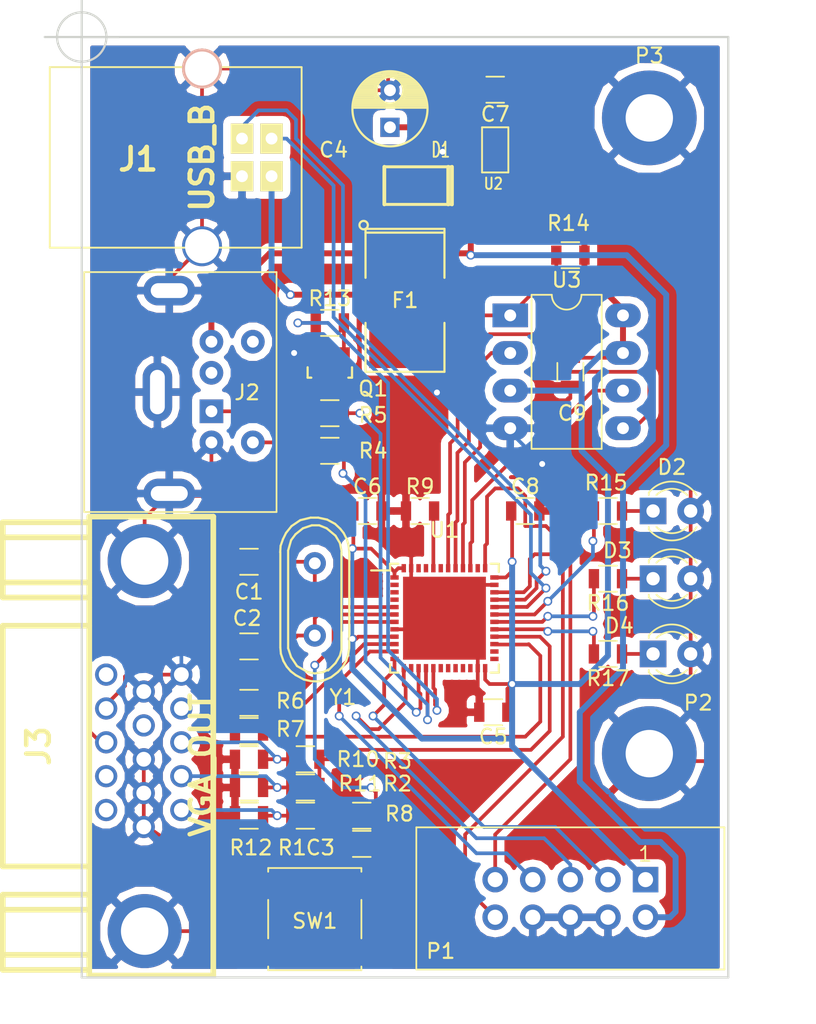
<source format=kicad_pcb>
(kicad_pcb (version 4) (host pcbnew 4.0.7-e2-6376~58~ubuntu16.04.1)
  (layers (0 F.Cu signal) (31 B.Cu signal) (34 B.Paste user) (35 F.Paste user) (36 B.SilkS user) (37 F.SilkS user) (38 B.Mask user) (39 F.Mask user) (44 Edge.Cuts user))
  (net 0 "")
  (net 1 PH0)
  (net 2 GND)
  (net 3 PH1)
  (net 4 RESET)
  (net 5 +5V)
  (net 6 PA11)
  (net 7 PA12)
  (net 8 /DATA)
  (net 9 "Net-(J2-Pad2)")
  (net 10 /CLK)
  (net 11 "Net-(J2-Pad6)")
  (net 12 /BLUE)
  (net 13 /GREEN)
  (net 14 /RED)
  (net 15 "Net-(J3-Pad4)")
  (net 16 "Net-(J3-Pad9)")
  (net 17 "Net-(J3-Pad11)")
  (net 18 "Net-(J3-Pad12)")
  (net 19 /HSYNC)
  (net 20 /VSYNC)
  (net 21 "Net-(J3-Pad15)")
  (net 22 PB15)
  (net 23 PA5)
  (net 24 PA6)
  (net 25 PA0)
  (net 26 PB14)
  (net 27 "Net-(R8-Pad2)")
  (net 28 "Net-(R9-Pad2)")
  (net 29 "Net-(U1-Pad2)")
  (net 30 "Net-(U1-Pad3)")
  (net 31 "Net-(U1-Pad4)")
  (net 32 "Net-(U1-Pad14)")
  (net 33 "Net-(U1-Pad18)")
  (net 34 "Net-(U1-Pad19)")
  (net 35 "Net-(U1-Pad20)")
  (net 36 "Net-(U1-Pad21)")
  (net 37 "Net-(U1-Pad22)")
  (net 38 "Net-(U1-Pad25)")
  (net 39 "Net-(U1-Pad26)")
  (net 40 SWDIO)
  (net 41 SWCLK)
  (net 42 "Net-(U1-Pad38)")
  (net 43 "Net-(U1-Pad43)")
  (net 44 "Net-(U1-Pad45)")
  (net 45 "Net-(U1-Pad46)")
  (net 46 TX)
  (net 47 RX)
  (net 48 SCK)
  (net 49 MISO)
  (net 50 MOSI)
  (net 51 "Net-(Q1-Pad1)")
  (net 52 PA7)
  (net 53 VDD)
  (net 54 "Net-(D2-Pad1)")
  (net 55 "Net-(D3-Pad1)")
  (net 56 "Net-(D4-Pad1)")
  (net 57 FCS)
  (net 58 LED1)
  (net 59 LED2)
  (net 60 LED3)
  (net 61 PA1)
  (net 62 /VBUS)
  (module mod:Crystal_HC49-U_Vertical (layer F.Cu) (at 132.08 106.045 270)
    (fp_text reference Y1 (at 6.604 -1.905 360) (layer F.SilkS))
    (fp_text value 8MHz)
    (pad 1 thru_hole circle (at -2.44094 0 270) (size 1.50114 1.50114) (drill 0.8001) (layers *.Cu *.Mask) (net 1 PH0))
    (pad 2 thru_hole circle (at 2.44094 0 270) (size 1.50114 1.50114) (drill 0.8001) (layers *.Cu *.Mask) (net 3 PH1))
  )
  (module component:R_0805 (layer F.Cu) (at 127.635 103.505 180)
    (fp_text reference C1 (at 0 -2.032 180) (layer F.SilkS))
    (fp_text value 22)
    (pad 1 smd rect (at -0.95 0 180) (size 0.7 1.3) (layers F.Cu F.Paste F.Mask) (net 1 PH0))
    (pad 2 smd rect (at 0.95 0 180) (size 0.7 1.3) (layers F.Cu F.Paste F.Mask) (net 2 GND))
  )
  (module component:R_0805 (layer F.Cu) (at 127.635 109.22 180)
    (fp_text reference C2 (at 0.127 1.905 180) (layer F.SilkS))
    (fp_text value 22)
    (pad 1 smd rect (at -0.95 0 180) (size 0.7 1.3) (layers F.Cu F.Paste F.Mask) (net 3 PH1))
    (pad 2 smd rect (at 0.95 0 180) (size 0.7 1.3) (layers F.Cu F.Paste F.Mask) (net 2 GND))
  )
  (module component:R_0805 (layer F.Cu) (at 135.255 122.555 180)
    (fp_text reference C3 (at 2.794 -0.254 180) (layer F.SilkS))
    (fp_text value 22n)
    (pad 1 smd rect (at -0.95 0 180) (size 0.7 1.3) (layers F.Cu F.Paste F.Mask) (net 4 RESET))
    (pad 2 smd rect (at 0.95 0 180) (size 0.7 1.3) (layers F.Cu F.Paste F.Mask) (net 2 GND))
  )
  (module component:C_Radial_D5_L6_P2.5 (layer F.Cu) (at 137.16 74.168 90)
    (fp_text reference C4 (at -1.524 -3.81 180) (layer F.SilkS))
    (fp_text value 100u)
    (pad 1 thru_hole rect (at 0 0 90) (size 1.3 1.3) (drill 0.8) (layers *.Cu *.Mask) (net 5 +5V))
    (pad 2 thru_hole circle (at 2.5 0 90) (size 1.3 1.3) (drill 0.8) (layers *.Cu *.Mask) (net 2 GND))
  )
  (module component:R_0805 (layer F.Cu) (at 144.145 113.665 180)
    (fp_text reference C5 (at 0 -1.65 180) (layer F.SilkS))
    (fp_text value 220n)
    (pad 1 smd rect (at -0.95 0 180) (size 0.7 1.3) (layers F.Cu F.Paste F.Mask) (net 53 VDD))
    (pad 2 smd rect (at 0.95 0 180) (size 0.7 1.3) (layers F.Cu F.Paste F.Mask) (net 2 GND))
  )
  (module component:R_0805 (layer F.Cu) (at 135.636 100.076)
    (fp_text reference C6 (at 0 -1.65) (layer F.SilkS))
    (fp_text value 220n)
    (pad 1 smd rect (at -0.95 0) (size 0.7 1.3) (layers F.Cu F.Paste F.Mask) (net 53 VDD))
    (pad 2 smd rect (at 0.95 0) (size 0.7 1.3) (layers F.Cu F.Paste F.Mask) (net 2 GND))
  )
  (module component:R_0805 (layer F.Cu) (at 144.272 71.628 180)
    (fp_text reference C7 (at 0 -1.65 180) (layer F.SilkS))
    (fp_text value 220n)
    (pad 1 smd rect (at -0.95 0 180) (size 0.7 1.3) (layers F.Cu F.Paste F.Mask) (net 53 VDD))
    (pad 2 smd rect (at 0.95 0 180) (size 0.7 1.3) (layers F.Cu F.Paste F.Mask) (net 2 GND))
  )
  (module component:R_0805 (layer F.Cu) (at 146.304 100.076)
    (fp_text reference C8 (at 0 -1.65) (layer F.SilkS))
    (fp_text value 220n)
    (pad 1 smd rect (at -0.95 0) (size 0.7 1.3) (layers F.Cu F.Paste F.Mask) (net 53 VDD))
    (pad 2 smd rect (at 0.95 0) (size 0.7 1.3) (layers F.Cu F.Paste F.Mask) (net 2 GND))
  )
  (module component:R_0805 (layer F.Cu) (at 149.352 90.678 270)
    (fp_text reference C9 (at 2.794 -0.127 360) (layer F.SilkS))
    (fp_text value 220n)
    (pad 1 smd rect (at -0.95 0 270) (size 0.7 1.3) (layers F.Cu F.Paste F.Mask) (net 53 VDD))
    (pad 2 smd rect (at 0.95 0 270) (size 0.7 1.3) (layers F.Cu F.Paste F.Mask) (net 2 GND))
  )
  (module component:DO_214AC (layer F.Cu) (at 139.065 78.105)
    (fp_text reference D1 (at 1.524 -2.413) (layer F.SilkS) (effects (font (size 1.016 0.635) (thickness 0.127))))
    (fp_text value 5V6 hide)
    (pad 1 smd rect (at -1.778 0) (size 1.651 1.651) (layers F.Cu F.Paste F.Mask) (net 2 GND))
    (pad 2 smd rect (at 1.778 0) (size 1.651 1.651) (layers F.Cu F.Paste F.Mask) (net 5 +5V))
  )
  (module component:LED_D3.0mm (layer F.Cu) (at 154.94 100.076)
    (fp_text reference D2 (at 1.27 -2.96) (layer F.SilkS))
    (fp_text value LED)
    (pad 1 thru_hole rect (at 0 0) (size 1.8 1.8) (drill 0.9) (layers *.Cu *.Mask) (net 54 "Net-(D2-Pad1)"))
    (pad 2 thru_hole circle (at 2.54 0) (size 1.8 1.8) (drill 0.9) (layers *.Cu *.Mask) (net 2 GND))
  )
  (module component:LED_D3.0mm (layer F.Cu) (at 154.94 104.648)
    (fp_text reference D3 (at -2.413 -1.905) (layer F.SilkS))
    (fp_text value LED)
    (pad 1 thru_hole rect (at 0 0) (size 1.8 1.8) (drill 0.9) (layers *.Cu *.Mask) (net 55 "Net-(D3-Pad1)"))
    (pad 2 thru_hole circle (at 2.54 0) (size 1.8 1.8) (drill 0.9) (layers *.Cu *.Mask) (net 2 GND))
  )
  (module component:LED_D3.0mm (layer F.Cu) (at 154.94 109.728)
    (fp_text reference D4 (at -2.286 -1.905) (layer F.SilkS))
    (fp_text value LED)
    (pad 1 thru_hole rect (at 0 0) (size 1.8 1.8) (drill 0.9) (layers *.Cu *.Mask) (net 56 "Net-(D4-Pad1)"))
    (pad 2 thru_hole circle (at 2.54 0) (size 1.8 1.8) (drill 0.9) (layers *.Cu *.Mask) (net 2 GND))
  )
  (module component:SMD-2112_Pol (layer F.Cu) (at 138.176 85.852 270)
    (fp_text reference F1 (at 0 0 360) (layer F.SilkS))
    (fp_text value Polyfuse)
    (pad 2 smd rect (at 3.175 0 270) (size 2.794 4.826) (layers F.Cu F.Paste F.Mask) (net 62 /VBUS))
    (pad 1 smd rect (at -3.175 0 270) (size 2.794 4.826) (layers F.Cu F.Paste F.Mask) (net 5 +5V))
  )
  (module component:USB_B (layer F.Cu) (at 124.46 76.2 270)
    (fp_text reference J1 (at 0.127 4.318 360) (layer F.SilkS) (effects (font (thickness 0.3048))))
    (fp_text value USB_B (at 0 0 270) (layer F.SilkS) (effects (font (thickness 0.3048))))
    (pad 1 thru_hole rect (at 1.27 -4.699 270) (size 2.032 1.524) (drill 0.8) (layers *.Cu *.Mask F.SilkS) (net 62 /VBUS))
    (pad 2 thru_hole rect (at -1.27 -4.699 270) (size 2.032 1.524) (drill 0.8) (layers *.Cu *.Mask F.SilkS) (net 6 PA11))
    (pad 3 thru_hole rect (at -1.27 -2.70002 270) (size 2.032 1.524) (drill 0.8) (layers *.Cu *.Mask F.SilkS) (net 7 PA12))
    (pad 4 thru_hole rect (at 1.27 -2.70002 270) (size 2.032 1.524) (drill 0.8) (layers *.Cu *.Mask F.SilkS) (net 2 GND))
    (pad 5 thru_hole circle (at 5.99948 0 270) (size 2.70002 2.70002) (drill 2.30124) (layers *.Cu *.Mask) (net 2 GND))
    (pad 6 thru_hole circle (at -5.99948 0 270) (size 2.70002 2.70002) (drill 2.30124) (layers *.Cu *.SilkS *.Mask) (net 2 GND))
  )
  (module component:Connector_Mini-DIN_Female_6Pin_2rows (layer F.Cu) (at 125.095 93.345 270)
    (fp_text reference J2 (at -1.27 -2.413 360) (layer F.SilkS))
    (fp_text value PS2_KEYBOARD)
    (pad 7 thru_hole oval (at -8.15 2.85 270) (size 2 3.5) (drill oval 1 2.5) (layers *.Cu *.Mask) (net 2 GND))
    (pad 7 thru_hole oval (at 5.55 2.85 270) (size 2 3.5) (drill oval 1 2.5) (layers *.Cu *.Mask) (net 2 GND))
    (pad 1 thru_hole rect (at 0 0 270) (size 1.6 1.6) (drill 0.8) (layers *.Cu *.Mask) (net 8 /DATA))
    (pad 2 thru_hole circle (at -2.6 0 270) (size 1.6 1.6) (drill 0.8) (layers *.Cu *.Mask) (net 9 "Net-(J2-Pad2)"))
    (pad 3 thru_hole circle (at 2.1 0 270) (size 1.6 1.6) (drill 0.8) (layers *.Cu *.Mask) (net 2 GND))
    (pad 4 thru_hole circle (at -4.7 0 270) (size 1.6 1.6) (drill 0.8) (layers *.Cu *.Mask) (net 5 +5V))
    (pad 5 thru_hole circle (at 2.1 -2.8 270) (size 1.6 1.6) (drill 0.8) (layers *.Cu *.Mask) (net 10 /CLK))
    (pad 6 thru_hole circle (at -4.7 -2.8 270) (size 1.6 1.6) (drill 0.8) (layers *.Cu *.Mask) (net 11 "Net-(J2-Pad6)"))
    (pad 7 thru_hole oval (at -1.3 3.65 270) (size 4 2) (drill oval 3 1) (layers *.Cu *.Mask) (net 2 GND))
  )
  (module component:IDC_Header_Straight_10pins (layer F.Cu) (at 154.432 124.968 180)
    (fp_text reference P1 (at 13.843 -4.826 180) (layer F.SilkS))
    (fp_text value CONN_02X05)
    (fp_text user 1 (at 0.02 1.72 180) (layer F.SilkS) (effects (font (thickness 0.12))))
    (pad 1 thru_hole rect (at 0 0 180) (size 1.7272 1.7272) (drill 1.016) (layers *.Cu *.Mask) (net 53 VDD))
    (pad 2 thru_hole oval (at 0 -2.54 180) (size 1.7272 1.7272) (drill 1.016) (layers *.Cu *.Mask) (net 5 +5V))
    (pad 3 thru_hole oval (at 2.54 0 180) (size 1.7272 1.7272) (drill 1.016) (layers *.Cu *.Mask) (net 46 TX))
    (pad 4 thru_hole oval (at 2.54 -2.54 180) (size 1.7272 1.7272) (drill 1.016) (layers *.Cu *.Mask) (net 2 GND))
    (pad 5 thru_hole oval (at 5.08 0 180) (size 1.7272 1.7272) (drill 1.016) (layers *.Cu *.Mask) (net 47 RX))
    (pad 6 thru_hole oval (at 5.08 -2.54 180) (size 1.7272 1.7272) (drill 1.016) (layers *.Cu *.Mask) (net 2 GND))
    (pad 7 thru_hole oval (at 7.62 0 180) (size 1.7272 1.7272) (drill 1.016) (layers *.Cu *.Mask) (net 61 PA1))
    (pad 8 thru_hole oval (at 7.62 -2.54 180) (size 1.7272 1.7272) (drill 1.016) (layers *.Cu *.Mask) (net 2 GND))
    (pad 9 thru_hole oval (at 10.16 0 180) (size 1.7272 1.7272) (drill 1.016) (layers *.Cu *.Mask) (net 41 SWCLK))
    (pad 10 thru_hole oval (at 10.16 -2.54 180) (size 1.7272 1.7272) (drill 1.016) (layers *.Cu *.Mask) (net 40 SWDIO))
  )
  (module component:MountingHole_3.2mm_M3_Pad (layer F.Cu) (at 154.686 116.459)
    (fp_text reference P2 (at 3.302 -3.429) (layer F.SilkS))
    (fp_text value PIN)
    (pad 1 thru_hole circle (at 0 0) (size 6.4 6.4) (drill 3.2) (layers *.Cu *.Mask) (net 2 GND))
  )
  (module component:MountingHole_3.2mm_M3_Pad (layer F.Cu) (at 154.686 73.533)
    (fp_text reference P3 (at 0 -4.2) (layer F.SilkS))
    (fp_text value PIN)
    (pad 1 thru_hole circle (at 0 0) (size 6.4 6.4) (drill 3.2) (layers *.Cu *.Mask) (net 2 GND))
  )
  (module component:SOT-23 (layer F.Cu) (at 133.096 90.424 180)
    (fp_text reference Q1 (at -2.921 -1.397 180) (layer F.SilkS))
    (fp_text value BC847)
    (pad 1 smd rect (at -0.95 1.00076 180) (size 0.8001 0.8001) (layers F.Cu F.Paste F.Mask) (net 51 "Net-(Q1-Pad1)"))
    (pad 2 smd rect (at 0.95 1.00076 180) (size 0.8001 0.8001) (layers F.Cu F.Paste F.Mask) (net 2 GND))
    (pad 3 smd rect (at 0 -0.99822 180) (size 0.8001 0.8001) (layers F.Cu F.Paste F.Mask) (net 8 /DATA))
  )
  (module component:R_0805 (layer F.Cu) (at 131.445 120.65)
    (fp_text reference R1 (at -0.889 2.159) (layer F.SilkS))
    (fp_text value 200)
    (pad 1 smd rect (at -0.95 0) (size 0.7 1.3) (layers F.Cu F.Paste F.Mask) (net 14 /RED))
    (pad 2 smd rect (at 0.95 0) (size 0.7 1.3) (layers F.Cu F.Paste F.Mask) (net 22 PB15))
  )
  (module component:R_0805 (layer F.Cu) (at 131.445 118.745)
    (fp_text reference R2 (at 6.223 -0.254) (layer F.SilkS))
    (fp_text value 200)
    (pad 1 smd rect (at -0.95 0) (size 0.7 1.3) (layers F.Cu F.Paste F.Mask) (net 13 /GREEN))
    (pad 2 smd rect (at 0.95 0) (size 0.7 1.3) (layers F.Cu F.Paste F.Mask) (net 22 PB15))
  )
  (module component:R_0805 (layer F.Cu) (at 131.445 116.84)
    (fp_text reference R3 (at 6.223 0.127) (layer F.SilkS))
    (fp_text value 200)
    (pad 1 smd rect (at -0.95 0) (size 0.7 1.3) (layers F.Cu F.Paste F.Mask) (net 12 /BLUE))
    (pad 2 smd rect (at 0.95 0) (size 0.7 1.3) (layers F.Cu F.Paste F.Mask) (net 22 PB15))
  )
  (module component:R_0805 (layer F.Cu) (at 133.096 96.012 180)
    (fp_text reference R4 (at -2.921 0 180) (layer F.SilkS))
    (fp_text value 4k7)
    (pad 1 smd rect (at -0.95 0 180) (size 0.7 1.3) (layers F.Cu F.Paste F.Mask) (net 23 PA5))
    (pad 2 smd rect (at 0.95 0 180) (size 0.7 1.3) (layers F.Cu F.Paste F.Mask) (net 10 /CLK))
  )
  (module component:R_0805 (layer F.Cu) (at 133.096 93.472 180)
    (fp_text reference R5 (at -2.921 -0.127 180) (layer F.SilkS))
    (fp_text value 4k7)
    (pad 1 smd rect (at -0.95 0 180) (size 0.7 1.3) (layers F.Cu F.Paste F.Mask) (net 24 PA6))
    (pad 2 smd rect (at 0.95 0 180) (size 0.7 1.3) (layers F.Cu F.Paste F.Mask) (net 8 /DATA))
  )
  (module component:R_0805 (layer F.Cu) (at 127.635 113.03 180)
    (fp_text reference R6 (at -2.794 0.127 180) (layer F.SilkS))
    (fp_text value 200)
    (pad 1 smd rect (at -0.95 0 180) (size 0.7 1.3) (layers F.Cu F.Paste F.Mask) (net 25 PA0))
    (pad 2 smd rect (at 0.95 0 180) (size 0.7 1.3) (layers F.Cu F.Paste F.Mask) (net 19 /HSYNC))
  )
  (module component:R_0805 (layer F.Cu) (at 127.635 114.935 180)
    (fp_text reference R7 (at -2.794 0.127 180) (layer F.SilkS))
    (fp_text value 200)
    (pad 1 smd rect (at -0.95 0 180) (size 0.7 1.3) (layers F.Cu F.Paste F.Mask) (net 26 PB14))
    (pad 2 smd rect (at 0.95 0 180) (size 0.7 1.3) (layers F.Cu F.Paste F.Mask) (net 20 /VSYNC))
  )
  (module component:R_0805 (layer F.Cu) (at 135.255 120.65 180)
    (fp_text reference R8 (at -2.54 0.127 180) (layer F.SilkS))
    (fp_text value 1k)
    (pad 1 smd rect (at -0.95 0 180) (size 0.7 1.3) (layers F.Cu F.Paste F.Mask) (net 4 RESET))
    (pad 2 smd rect (at 0.95 0 180) (size 0.7 1.3) (layers F.Cu F.Paste F.Mask) (net 27 "Net-(R8-Pad2)"))
  )
  (module component:R_0805 (layer F.Cu) (at 139.192 100.076)
    (fp_text reference R9 (at 0 -1.65) (layer F.SilkS))
    (fp_text value 10k)
    (pad 1 smd rect (at -0.95 0) (size 0.7 1.3) (layers F.Cu F.Paste F.Mask) (net 2 GND))
    (pad 2 smd rect (at 0.95 0) (size 0.7 1.3) (layers F.Cu F.Paste F.Mask) (net 28 "Net-(R9-Pad2)"))
  )
  (module component:R_0805 (layer F.Cu) (at 127.635 116.84)
    (fp_text reference R10 (at 7.366 0) (layer F.SilkS))
    (fp_text value 1k)
    (pad 1 smd rect (at -0.95 0) (size 0.7 1.3) (layers F.Cu F.Paste F.Mask) (net 2 GND))
    (pad 2 smd rect (at 0.95 0) (size 0.7 1.3) (layers F.Cu F.Paste F.Mask) (net 12 /BLUE))
  )
  (module component:R_0805 (layer F.Cu) (at 127.635 118.745)
    (fp_text reference R11 (at 7.493 -0.254) (layer F.SilkS))
    (fp_text value 1k)
    (pad 1 smd rect (at -0.95 0) (size 0.7 1.3) (layers F.Cu F.Paste F.Mask) (net 2 GND))
    (pad 2 smd rect (at 0.95 0) (size 0.7 1.3) (layers F.Cu F.Paste F.Mask) (net 13 /GREEN))
  )
  (module component:R_0805 (layer F.Cu) (at 127.635 120.65)
    (fp_text reference R12 (at 0.127 2.159) (layer F.SilkS))
    (fp_text value 1k)
    (pad 1 smd rect (at -0.95 0) (size 0.7 1.3) (layers F.Cu F.Paste F.Mask) (net 2 GND))
    (pad 2 smd rect (at 0.95 0) (size 0.7 1.3) (layers F.Cu F.Paste F.Mask) (net 14 /RED))
  )
  (module component:R_0805 (layer F.Cu) (at 133.096 87.376)
    (fp_text reference R13 (at 0 -1.65) (layer F.SilkS))
    (fp_text value 4k7)
    (pad 1 smd rect (at -0.95 0) (size 0.7 1.3) (layers F.Cu F.Paste F.Mask) (net 52 PA7))
    (pad 2 smd rect (at 0.95 0) (size 0.7 1.3) (layers F.Cu F.Paste F.Mask) (net 51 "Net-(Q1-Pad1)"))
  )
  (module component:R_0805 (layer F.Cu) (at 149.352 82.804 180)
    (fp_text reference R14 (at 0.127 2.159 180) (layer F.SilkS))
    (fp_text value 4k7)
    (pad 1 smd rect (at -0.95 0 180) (size 0.7 1.3) (layers F.Cu F.Paste F.Mask) (net 53 VDD))
    (pad 2 smd rect (at 0.95 0 180) (size 0.7 1.3) (layers F.Cu F.Paste F.Mask) (net 57 FCS))
  )
  (module component:R_0805 (layer F.Cu) (at 151.892 100.076 180)
    (fp_text reference R15 (at 0.127 1.905 180) (layer F.SilkS))
    (fp_text value 1k)
    (pad 1 smd rect (at -0.95 0 180) (size 0.7 1.3) (layers F.Cu F.Paste F.Mask) (net 54 "Net-(D2-Pad1)"))
    (pad 2 smd rect (at 0.95 0 180) (size 0.7 1.3) (layers F.Cu F.Paste F.Mask) (net 58 LED1))
  )
  (module component:R_0805 (layer F.Cu) (at 151.892 104.648 180)
    (fp_text reference R16 (at 0 -1.65 180) (layer F.SilkS))
    (fp_text value 1k)
    (pad 1 smd rect (at -0.95 0 180) (size 0.7 1.3) (layers F.Cu F.Paste F.Mask) (net 55 "Net-(D3-Pad1)"))
    (pad 2 smd rect (at 0.95 0 180) (size 0.7 1.3) (layers F.Cu F.Paste F.Mask) (net 59 LED2))
  )
  (module component:R_0805 (layer F.Cu) (at 151.892 109.728 180)
    (fp_text reference R17 (at 0 -1.65 180) (layer F.SilkS))
    (fp_text value 1k)
    (pad 1 smd rect (at -0.95 0 180) (size 0.7 1.3) (layers F.Cu F.Paste F.Mask) (net 56 "Net-(D4-Pad1)"))
    (pad 2 smd rect (at 0.95 0 180) (size 0.7 1.3) (layers F.Cu F.Paste F.Mask) (net 60 LED3))
  )
  (module component:SW_SPST_B3S-1000 (layer F.Cu) (at 132.08 127.635 180)
    (fp_text reference SW1 (at 0 -0.127 180) (layer F.SilkS))
    (fp_text value SW_Push)
    (pad 1 smd rect (at -3.975 -2.25 180) (size 1.55 1.3) (layers F.Cu F.Paste F.Mask) (net 2 GND))
    (pad 1 smd rect (at 3.975 -2.25 180) (size 1.55 1.3) (layers F.Cu F.Paste F.Mask) (net 2 GND))
    (pad 2 smd rect (at -3.975 2.25 180) (size 1.55 1.3) (layers F.Cu F.Paste F.Mask) (net 27 "Net-(R8-Pad2)"))
    (pad 2 smd rect (at 3.975 2.25 180) (size 1.55 1.3) (layers F.Cu F.Paste F.Mask) (net 27 "Net-(R8-Pad2)"))
  )
  (module component:SOT23-5 (layer F.Cu) (at 144.272 75.692 270)
    (fp_text reference U2 (at 2.286 0.127 360) (layer F.SilkS) (effects (font (size 0.762 0.635) (thickness 0.127))))
    (fp_text value TPS73033DBV hide)
    (pad 1 smd rect (at -0.9525 1.27 270) (size 0.508 0.762) (layers F.Cu F.Paste F.Mask) (net 5 +5V))
    (pad 3 smd rect (at 0.9525 1.27 270) (size 0.508 0.762) (layers F.Cu F.Paste F.Mask) (net 5 +5V))
    (pad 5 smd rect (at -0.9525 -1.27 270) (size 0.508 0.762) (layers F.Cu F.Paste F.Mask) (net 53 VDD))
    (pad 2 smd rect (at 0 1.27 270) (size 0.508 0.762) (layers F.Cu F.Paste F.Mask) (net 2 GND))
    (pad 4 smd rect (at 0.9525 -1.27 270) (size 0.508 0.762) (layers F.Cu F.Paste F.Mask))
  )
  (module component:DIP-8_W7.62mm_LongPads (layer F.Cu) (at 145.288 86.868)
    (fp_text reference U3 (at 3.81 -2.39) (layer F.SilkS))
    (fp_text value SPI_NOR)
    (pad 1 thru_hole rect (at 0 0) (size 2.4 1.6) (drill 0.8) (layers *.Cu *.Mask) (net 57 FCS))
    (pad 5 thru_hole oval (at 7.62 7.62) (size 2.4 1.6) (drill 0.8) (layers *.Cu *.Mask) (net 50 MOSI))
    (pad 2 thru_hole oval (at 0 2.54) (size 2.4 1.6) (drill 0.8) (layers *.Cu *.Mask) (net 49 MISO))
    (pad 6 thru_hole oval (at 7.62 5.08) (size 2.4 1.6) (drill 0.8) (layers *.Cu *.Mask) (net 48 SCK))
    (pad 3 thru_hole oval (at 0 5.08) (size 2.4 1.6) (drill 0.8) (layers *.Cu *.Mask) (net 53 VDD))
    (pad 7 thru_hole oval (at 7.62 2.54) (size 2.4 1.6) (drill 0.8) (layers *.Cu *.Mask) (net 53 VDD))
    (pad 4 thru_hole oval (at 0 7.62) (size 2.4 1.6) (drill 0.8) (layers *.Cu *.Mask) (net 2 GND))
    (pad 8 thru_hole oval (at 7.62 0) (size 2.4 1.6) (drill 0.8) (layers *.Cu *.Mask) (net 53 VDD))
  )
  (module component:TQFP-48-1EP_7x7mm_Pitch0.5mm (layer F.Cu) (at 140.843 107.315)
    (fp_text reference U1 (at 0 -5.95) (layer F.SilkS))
    (fp_text value STM32L452CUx)
    (pad 1 smd rect (at -3.375 -2.75) (size 0.56 0.3) (layers F.Cu F.Paste F.Mask) (net 53 VDD))
    (pad 49 smd rect (at 0 0) (size 5.6 5.6) (layers F.Cu F.Paste F.Mask) (net 2 GND))
    (pad 2 smd rect (at -3.375 -2.25) (size 0.56 0.3) (layers F.Cu F.Paste F.Mask) (net 29 "Net-(U1-Pad2)"))
    (pad 3 smd rect (at -3.375 -1.75) (size 0.56 0.3) (layers F.Cu F.Paste F.Mask) (net 30 "Net-(U1-Pad3)"))
    (pad 4 smd rect (at -3.375 -1.25) (size 0.56 0.3) (layers F.Cu F.Paste F.Mask) (net 31 "Net-(U1-Pad4)"))
    (pad 5 smd rect (at -3.375 -0.75) (size 0.56 0.3) (layers F.Cu F.Paste F.Mask) (net 1 PH0))
    (pad 6 smd rect (at -3.375 -0.25) (size 0.56 0.3) (layers F.Cu F.Paste F.Mask) (net 3 PH1))
    (pad 7 smd rect (at -3.375 0.25) (size 0.56 0.3) (layers F.Cu F.Paste F.Mask) (net 4 RESET))
    (pad 8 smd rect (at -3.375 0.75) (size 0.56 0.3) (layers F.Cu F.Paste F.Mask) (net 2 GND))
    (pad 9 smd rect (at -3.375 1.25) (size 0.56 0.3) (layers F.Cu F.Paste F.Mask) (net 53 VDD))
    (pad 10 smd rect (at -3.375 1.75) (size 0.56 0.3) (layers F.Cu F.Paste F.Mask) (net 25 PA0))
    (pad 11 smd rect (at -3.375 2.25) (size 0.56 0.3) (layers F.Cu F.Paste F.Mask) (net 61 PA1))
    (pad 12 smd rect (at -3.375 2.75) (size 0.56 0.3) (layers F.Cu F.Paste F.Mask) (net 46 TX))
    (pad 13 smd rect (at -2.75 3.375 90) (size 0.56 0.3) (layers F.Cu F.Paste F.Mask) (net 47 RX))
    (pad 25 smd rect (at 3.375 2.75) (size 0.56 0.3) (layers F.Cu F.Paste F.Mask) (net 38 "Net-(U1-Pad25)"))
    (pad 26 smd rect (at 3.375 2.25) (size 0.56 0.3) (layers F.Cu F.Paste F.Mask) (net 39 "Net-(U1-Pad26)"))
    (pad 27 smd rect (at 3.375 1.75) (size 0.56 0.3) (layers F.Cu F.Paste F.Mask) (net 26 PB14))
    (pad 28 smd rect (at 3.375 1.25) (size 0.56 0.3) (layers F.Cu F.Paste F.Mask) (net 22 PB15))
    (pad 29 smd rect (at 3.375 0.75) (size 0.56 0.3) (layers F.Cu F.Paste F.Mask) (net 60 LED3))
    (pad 30 smd rect (at 3.375 0.25) (size 0.56 0.3) (layers F.Cu F.Paste F.Mask) (net 59 LED2))
    (pad 31 smd rect (at 3.375 -0.25) (size 0.56 0.3) (layers F.Cu F.Paste F.Mask) (net 58 LED1))
    (pad 32 smd rect (at 3.375 -0.75) (size 0.56 0.3) (layers F.Cu F.Paste F.Mask) (net 6 PA11))
    (pad 33 smd rect (at 3.375 -1.25) (size 0.56 0.3) (layers F.Cu F.Paste F.Mask) (net 7 PA12))
    (pad 34 smd rect (at 3.375 -1.75) (size 0.56 0.3) (layers F.Cu F.Paste F.Mask) (net 40 SWDIO))
    (pad 35 smd rect (at 3.375 -2.25) (size 0.56 0.3) (layers F.Cu F.Paste F.Mask) (net 2 GND))
    (pad 36 smd rect (at 3.375 -2.75) (size 0.56 0.3) (layers F.Cu F.Paste F.Mask) (net 53 VDD))
    (pad 37 smd rect (at 2.75 -3.375 90) (size 0.56 0.3) (layers F.Cu F.Paste F.Mask) (net 41 SWCLK))
    (pad 38 smd rect (at 2.25 -3.375 90) (size 0.56 0.3) (layers F.Cu F.Paste F.Mask) (net 42 "Net-(U1-Pad38)"))
    (pad 39 smd rect (at 1.75 -3.375 90) (size 0.56 0.3) (layers F.Cu F.Paste F.Mask) (net 48 SCK))
    (pad 40 smd rect (at 1.25 -3.375 90) (size 0.56 0.3) (layers F.Cu F.Paste F.Mask) (net 49 MISO))
    (pad 41 smd rect (at 0.75 -3.375 90) (size 0.56 0.3) (layers F.Cu F.Paste F.Mask) (net 50 MOSI))
    (pad 42 smd rect (at 0.25 -3.375 90) (size 0.56 0.3) (layers F.Cu F.Paste F.Mask) (net 57 FCS))
    (pad 43 smd rect (at -0.25 -3.375 90) (size 0.56 0.3) (layers F.Cu F.Paste F.Mask) (net 43 "Net-(U1-Pad43)"))
    (pad 44 smd rect (at -0.75 -3.375 90) (size 0.56 0.3) (layers F.Cu F.Paste F.Mask) (net 28 "Net-(R9-Pad2)"))
    (pad 45 smd rect (at -1.25 -3.375 90) (size 0.56 0.3) (layers F.Cu F.Paste F.Mask) (net 44 "Net-(U1-Pad45)"))
    (pad 46 smd rect (at -1.75 -3.375 90) (size 0.56 0.3) (layers F.Cu F.Paste F.Mask) (net 45 "Net-(U1-Pad46)"))
    (pad 47 smd rect (at -2.25 -3.375 90) (size 0.56 0.3) (layers F.Cu F.Paste F.Mask) (net 2 GND))
    (pad 48 smd rect (at -2.75 -3.375 90) (size 0.56 0.3) (layers F.Cu F.Paste F.Mask) (net 53 VDD))
    (pad 14 smd rect (at -2.25 3.375 90) (size 0.56 0.3) (layers F.Cu F.Paste F.Mask) (net 32 "Net-(U1-Pad14)"))
    (pad 15 smd rect (at -1.75 3.375 90) (size 0.56 0.3) (layers F.Cu F.Paste F.Mask) (net 23 PA5))
    (pad 16 smd rect (at -1.25 3.375 90) (size 0.56 0.3) (layers F.Cu F.Paste F.Mask) (net 24 PA6))
    (pad 17 smd rect (at -0.75 3.375 90) (size 0.56 0.3) (layers F.Cu F.Paste F.Mask) (net 52 PA7))
    (pad 18 smd rect (at -0.25 3.375 90) (size 0.56 0.3) (layers F.Cu F.Paste F.Mask) (net 33 "Net-(U1-Pad18)"))
    (pad 19 smd rect (at 0.25 3.375 90) (size 0.56 0.3) (layers F.Cu F.Paste F.Mask) (net 34 "Net-(U1-Pad19)"))
    (pad 20 smd rect (at 0.75 3.375 90) (size 0.56 0.3) (layers F.Cu F.Paste F.Mask) (net 35 "Net-(U1-Pad20)"))
    (pad 21 smd rect (at 1.25 3.375 90) (size 0.56 0.3) (layers F.Cu F.Paste F.Mask) (net 36 "Net-(U1-Pad21)"))
    (pad 22 smd rect (at 1.75 3.375 90) (size 0.56 0.3) (layers F.Cu F.Paste F.Mask) (net 37 "Net-(U1-Pad22)"))
    (pad 23 smd rect (at 2.25 3.375 90) (size 0.56 0.3) (layers F.Cu F.Paste F.Mask) (net 2 GND))
    (pad 24 smd rect (at 2.75 3.375 90) (size 0.56 0.3) (layers F.Cu F.Paste F.Mask) (net 53 VDD))
  )
  (module component:DB15F-VGA (layer F.Cu) (at 118.11 115.951 270)
    (fp_text reference J3 (at 0 4.699 270) (layer F.SilkS) (effects (font (thickness 0.3048))))
    (fp_text value VGA_OUT (at 1.27 -6.35 270) (layer F.SilkS) (effects (font (thickness 0.3048))))
    (pad 0 thru_hole circle (at 12.49426 -2.47142 270) (size 5.00126 5.00126) (drill 3.2004) (layers *.Cu *.Mask) (net 2 GND))
    (pad 1 thru_hole circle (at 4.318 -4.953 270) (size 1.5 1.5) (drill 1) (layers *.Cu *.Mask) (net 14 /RED))
    (pad 0 thru_hole circle (at -12.49426 -2.47142 270) (size 5.00126 5.00126) (drill 3.2004) (layers *.Cu *.Mask) (net 2 GND))
    (pad 2 thru_hole circle (at 2.032 -4.953 270) (size 1.5 1.5) (drill 1) (layers *.Cu *.Mask) (net 13 /GREEN))
    (pad 3 thru_hole circle (at -0.254 -4.953 270) (size 1.5 1.5) (drill 1) (layers *.Cu *.Mask) (net 12 /BLUE))
    (pad 4 thru_hole circle (at -2.54 -4.953 270) (size 1.5 1.5) (drill 1) (layers *.Cu *.Mask) (net 15 "Net-(J3-Pad4)"))
    (pad 5 thru_hole circle (at -4.826 -4.953 270) (size 1.5 1.5) (drill 1) (layers *.Cu *.Mask) (net 2 GND))
    (pad 6 thru_hole circle (at 5.461 -2.413 270) (size 1.5 1.5) (drill 1) (layers *.Cu *.Mask) (net 2 GND))
    (pad 7 thru_hole circle (at 3.175 -2.413 270) (size 1.5 1.5) (drill 1) (layers *.Cu *.Mask) (net 2 GND))
    (pad 8 thru_hole circle (at 0.889 -2.413 270) (size 1.5 1.5) (drill 1) (layers *.Cu *.Mask) (net 2 GND))
    (pad 9 thru_hole circle (at -1.397 -2.413 270) (size 1.5 1.5) (drill 1) (layers *.Cu *.Mask) (net 16 "Net-(J3-Pad9)"))
    (pad 10 thru_hole circle (at -3.683 -2.413 270) (size 1.5 1.5) (drill 1) (layers *.Cu *.Mask) (net 2 GND))
    (pad 11 thru_hole circle (at 4.318 0.127 270) (size 1.5 1.5) (drill 1) (layers *.Cu *.Mask) (net 17 "Net-(J3-Pad11)"))
    (pad 12 thru_hole circle (at 2.032 0.127 270) (size 1.5 1.5) (drill 1) (layers *.Cu *.Mask) (net 18 "Net-(J3-Pad12)"))
    (pad 13 thru_hole circle (at -0.254 0.127 270) (size 1.5 1.5) (drill 1) (layers *.Cu *.Mask) (net 19 /HSYNC))
    (pad 14 thru_hole circle (at -2.54 0.127 270) (size 1.5 1.5) (drill 1) (layers *.Cu *.Mask) (net 20 /VSYNC))
    (pad 15 thru_hole circle (at -4.826 0.127 270) (size 1.5 1.5) (drill 1) (layers *.Cu *.Mask) (net 21 "Net-(J3-Pad15)"))
  )
  (target plus (at 116.332 68.072) (size 5) (width 0.15) (layer Edge.Cuts))
  (gr_line (start 160.02 131.572) (end 160.02 68.072) (angle 90) (layer Edge.Cuts) (width 0.15))
  (gr_line (start 116.332 131.572) (end 160.02 131.572) (angle 90) (layer Edge.Cuts) (width 0.15))
  (gr_line (start 116.332 131.572) (end 116.332 68.072) (angle 90) (layer Edge.Cuts) (width 0.15))
  (gr_line (start 116.332 68.072) (end 160.02 68.072) (angle 90) (layer Edge.Cuts) (width 0.15))
  (segment (start 137.468 106.565) (end 132.6 106.565) (width 0.25) (layer F.Cu) (net 1))
  (segment (start 132.6 106.565) (end 132.08 106.045) (width 0.25) (layer F.Cu) (net 1))
  (segment (start 132.08 106.045) (end 132.08 103.60406) (width 0.25) (layer F.Cu) (net 1))
  (segment (start 132.08 103.60406) (end 132.08 104.14) (width 0.25) (layer F.Cu) (net 1))
  (segment (start 128.585 103.505) (end 131.98094 103.505) (width 0.25) (layer F.Cu) (net 1))
  (segment (start 131.98094 103.505) (end 132.08 103.60406) (width 0.25) (layer F.Cu) (net 1))
  (segment (start 120.58142 103.45674) (end 120.58142 100.55858) (width 0.25) (layer F.Cu) (net 2))
  (segment (start 120.58142 100.55858) (end 122.245 98.895) (width 0.25) (layer F.Cu) (net 2))
  (segment (start 120.58142 128.44526) (end 124.63526 128.44526) (width 0.25) (layer F.Cu) (net 2))
  (segment (start 124.63526 128.44526) (end 124.9375 128.7475) (width 0.25) (layer F.Cu) (net 2))
  (segment (start 120.523 112.268) (end 120.523 111.887) (width 0.25) (layer F.Cu) (net 2))
  (segment (start 120.523 111.887) (end 121.793 111.125) (width 0.25) (layer F.Cu) (net 2))
  (segment (start 121.793 111.125) (end 123.063 111.125) (width 0.25) (layer F.Cu) (net 2))
  (segment (start 123.063 111.125) (end 123.063 107.95) (width 0.25) (layer B.Cu) (net 2))
  (segment (start 124.841 106.172) (end 124.841 98.895) (width 0.25) (layer B.Cu) (net 2))
  (segment (start 123.063 107.95) (end 124.841 106.172) (width 0.25) (layer B.Cu) (net 2))
  (segment (start 120.523 121.412) (end 120.777 121.412) (width 0.25) (layer F.Cu) (net 2))
  (segment (start 120.777 121.412) (end 122.428 122.555) (width 0.25) (layer F.Cu) (net 2))
  (segment (start 120.523 119.126) (end 120.523 121.412) (width 0.25) (layer F.Cu) (net 2))
  (segment (start 138.593 103.94) (end 138.593 101.763) (width 0.25) (layer F.Cu) (net 2))
  (segment (start 138.242 101.412) (end 138.242 100.076) (width 0.25) (layer F.Cu) (net 2))
  (segment (start 138.593 101.763) (end 138.242 101.412) (width 0.25) (layer F.Cu) (net 2))
  (segment (start 138.593 103.94) (end 138.593 105.065) (width 0.25) (layer F.Cu) (net 2))
  (segment (start 138.593 105.065) (end 140.843 107.315) (width 0.25) (layer F.Cu) (net 2))
  (segment (start 144.218 105.065) (end 143.093 105.065) (width 0.25) (layer F.Cu) (net 2))
  (segment (start 143.093 105.065) (end 140.843 107.315) (width 0.25) (layer F.Cu) (net 2))
  (segment (start 143.093 110.69) (end 143.093 109.565) (width 0.25) (layer F.Cu) (net 2))
  (segment (start 143.093 109.565) (end 140.843 107.315) (width 0.25) (layer F.Cu) (net 2))
  (segment (start 137.468 108.065) (end 140.093 108.065) (width 0.25) (layer F.Cu) (net 2))
  (segment (start 140.093 108.065) (end 140.843 107.315) (width 0.25) (layer F.Cu) (net 2))
  (segment (start 143.195 113.665) (end 143.195 112.334) (width 0.25) (layer F.Cu) (net 2))
  (segment (start 143.093 112.232) (end 143.093 110.69) (width 0.25) (layer F.Cu) (net 2))
  (segment (start 143.195 112.334) (end 143.093 112.232) (width 0.25) (layer F.Cu) (net 2))
  (segment (start 145.288 94.488) (end 147.32 94.488) (width 0.25) (layer F.Cu) (net 2))
  (segment (start 149.352 92.456) (end 149.352 91.628) (width 0.25) (layer F.Cu) (net 2))
  (segment (start 147.32 94.488) (end 149.352 92.456) (width 0.25) (layer F.Cu) (net 2))
  (segment (start 149.352 129.885) (end 149.352 129.54) (width 0.25) (layer F.Cu) (net 2))
  (segment (start 149.352 129.54) (end 149.352 127.508) (width 0.25) (layer F.Cu) (net 2))
  (segment (start 151.4475 76.7715) (end 151.638 76.581) (width 0.25) (layer F.Cu) (net 2))
  (segment (start 151.638 76.581) (end 154.686 73.533) (width 0.25) (layer F.Cu) (net 2))
  (segment (start 126.746 122.555) (end 126.746 120.711) (width 0.25) (layer F.Cu) (net 2))
  (segment (start 126.746 120.711) (end 126.685 120.65) (width 0.25) (layer F.Cu) (net 2))
  (segment (start 159.258 116.967) (end 155.194 116.967) (width 0.25) (layer F.Cu) (net 2))
  (segment (start 155.194 116.967) (end 154.686 116.459) (width 0.25) (layer F.Cu) (net 2))
  (segment (start 147.254 100.076) (end 147.254 97.094) (width 0.25) (layer F.Cu) (net 2))
  (segment (start 147.254 97.094) (end 147.447 96.901) (width 0.25) (layer F.Cu) (net 2))
  (segment (start 138.242 100.076) (end 138.242 94.168) (width 0.25) (layer F.Cu) (net 2))
  (segment (start 138.242 94.168) (end 140.335 92.075) (width 0.25) (layer F.Cu) (net 2))
  (via (at 140.335 92.075) (size 0.6) (drill 0.4) (layers F.Cu B.Cu) (net 2))
  (segment (start 140.335 92.075) (end 142.748 94.488) (width 0.25) (layer B.Cu) (net 2))
  (segment (start 142.748 94.488) (end 145.288 94.488) (width 0.25) (layer B.Cu) (net 2))
  (segment (start 126.685 100.65) (end 131.252 100.65) (width 0.25) (layer F.Cu) (net 2))
  (segment (start 136.586 99.121) (end 136.586 100.076) (width 0.25) (layer F.Cu) (net 2))
  (segment (start 136.017 98.552) (end 136.586 99.121) (width 0.25) (layer F.Cu) (net 2))
  (segment (start 133.35 98.552) (end 136.017 98.552) (width 0.25) (layer F.Cu) (net 2))
  (segment (start 131.252 100.65) (end 133.35 98.552) (width 0.25) (layer F.Cu) (net 2))
  (segment (start 145.288 94.488) (end 145.288 94.742) (width 0.25) (layer B.Cu) (net 2))
  (segment (start 145.288 94.742) (end 147.447 96.901) (width 0.25) (layer B.Cu) (net 2))
  (segment (start 147.447 96.901) (end 157.48 96.901) (width 0.25) (layer F.Cu) (net 2))
  (via (at 147.447 96.901) (size 0.6) (drill 0.4) (layers F.Cu B.Cu) (net 2))
  (segment (start 157.48 96.901) (end 157.353 96.901) (width 0.25) (layer F.Cu) (net 2))
  (segment (start 143.002 75.692) (end 140.843 75.692) (width 0.25) (layer F.Cu) (net 2))
  (segment (start 139.065 73.573) (end 137.16 71.668) (width 0.25) (layer B.Cu) (net 2))
  (segment (start 139.065 74.168) (end 139.065 73.573) (width 0.25) (layer B.Cu) (net 2))
  (segment (start 140.716 75.819) (end 139.065 74.168) (width 0.25) (layer B.Cu) (net 2))
  (via (at 140.716 75.819) (size 0.6) (drill 0.4) (layers F.Cu B.Cu) (net 2))
  (segment (start 140.843 75.692) (end 140.716 75.819) (width 0.25) (layer F.Cu) (net 2))
  (segment (start 149.352 127.508) (end 151.892 127.508) (width 0.25) (layer F.Cu) (net 2))
  (segment (start 146.812 127.508) (end 149.352 127.508) (width 0.25) (layer F.Cu) (net 2))
  (segment (start 157.48 109.728) (end 157.48 112.903) (width 0.25) (layer F.Cu) (net 2))
  (segment (start 157.48 112.903) (end 159.258 114.681) (width 0.25) (layer F.Cu) (net 2))
  (segment (start 159.258 114.681) (end 159.258 116.967) (width 0.25) (layer F.Cu) (net 2))
  (segment (start 159.258 116.967) (end 159.258 128.651) (width 0.25) (layer F.Cu) (net 2))
  (segment (start 159.258 128.651) (end 158.024 129.885) (width 0.25) (layer F.Cu) (net 2))
  (segment (start 158.024 129.885) (end 149.352 129.885) (width 0.25) (layer F.Cu) (net 2))
  (segment (start 149.352 129.885) (end 149.007 129.885) (width 0.25) (layer F.Cu) (net 2))
  (segment (start 149.007 129.885) (end 136.055 129.885) (width 0.25) (layer F.Cu) (net 2))
  (segment (start 122.245 98.895) (end 124.841 98.895) (width 0.25) (layer B.Cu) (net 2))
  (segment (start 124.841 98.895) (end 124.968 98.895) (width 0.25) (layer B.Cu) (net 2))
  (segment (start 130.69824 89.42324) (end 132.146 89.42324) (width 0.25) (layer F.Cu) (net 2))
  (segment (start 130.683 89.408) (end 130.69824 89.42324) (width 0.25) (layer F.Cu) (net 2))
  (via (at 130.683 89.408) (size 0.6) (drill 0.4) (layers F.Cu B.Cu) (net 2))
  (segment (start 130.683 97.155) (end 130.683 89.408) (width 0.25) (layer B.Cu) (net 2))
  (segment (start 128.943 98.895) (end 130.683 97.155) (width 0.25) (layer B.Cu) (net 2))
  (segment (start 124.968 98.895) (end 128.943 98.895) (width 0.25) (layer B.Cu) (net 2))
  (segment (start 137.16 71.668) (end 135.85 71.668) (width 0.25) (layer F.Cu) (net 2))
  (segment (start 136.271 78.105) (end 137.287 78.105) (width 0.25) (layer F.Cu) (net 2))
  (segment (start 135.636 77.47) (end 136.271 78.105) (width 0.25) (layer F.Cu) (net 2))
  (segment (start 135.636 71.882) (end 135.636 77.47) (width 0.25) (layer F.Cu) (net 2))
  (segment (start 135.85 71.668) (end 135.636 71.882) (width 0.25) (layer F.Cu) (net 2))
  (segment (start 143.256 69.215) (end 143.256 71.562) (width 0.25) (layer F.Cu) (net 2))
  (segment (start 143.256 71.562) (end 143.322 71.628) (width 0.25) (layer F.Cu) (net 2))
  (segment (start 137.033 69.215) (end 137.033 71.541) (width 0.25) (layer F.Cu) (net 2))
  (segment (start 137.033 71.541) (end 137.16 71.668) (width 0.25) (layer F.Cu) (net 2))
  (segment (start 124.46 70.20052) (end 129.44348 70.20052) (width 0.25) (layer F.Cu) (net 2))
  (segment (start 157.48 82.804) (end 157.48 96.901) (width 0.25) (layer F.Cu) (net 2))
  (segment (start 143.256 69.215) (end 146.558 69.215) (width 0.25) (layer F.Cu) (net 2))
  (segment (start 146.558 69.215) (end 148.844 71.501) (width 0.25) (layer F.Cu) (net 2))
  (segment (start 148.844 71.501) (end 148.844 74.168) (width 0.25) (layer F.Cu) (net 2))
  (segment (start 148.844 74.168) (end 151.257 76.581) (width 0.25) (layer F.Cu) (net 2))
  (segment (start 151.257 76.581) (end 151.4475 76.7715) (width 0.25) (layer F.Cu) (net 2))
  (segment (start 151.4475 76.7715) (end 157.48 82.804) (width 0.25) (layer F.Cu) (net 2))
  (segment (start 157.48 96.901) (end 157.48 100.076) (width 0.25) (layer F.Cu) (net 2))
  (segment (start 130.429 69.215) (end 137.033 69.215) (width 0.25) (layer F.Cu) (net 2))
  (segment (start 137.033 69.215) (end 143.256 69.215) (width 0.25) (layer F.Cu) (net 2))
  (segment (start 129.44348 70.20052) (end 130.429 69.215) (width 0.25) (layer F.Cu) (net 2))
  (segment (start 157.48 104.648) (end 157.48 109.728) (width 0.25) (layer F.Cu) (net 2))
  (segment (start 157.48 100.076) (end 157.48 104.648) (width 0.25) (layer F.Cu) (net 2))
  (segment (start 138.242 100.076) (end 136.586 100.076) (width 0.25) (layer F.Cu) (net 2))
  (segment (start 143.195 113.665) (end 142.875 113.665) (width 0.25) (layer F.Cu) (net 2))
  (segment (start 122.245 85.195) (end 122.245 84.41448) (width 0.25) (layer F.Cu) (net 2))
  (segment (start 122.245 84.41448) (end 124.46 82.19948) (width 0.25) (layer F.Cu) (net 2))
  (segment (start 121.445 92.045) (end 121.445 87.79) (width 0.25) (layer F.Cu) (net 2))
  (segment (start 122.245 86.99) (end 122.245 85.195) (width 0.25) (layer F.Cu) (net 2))
  (segment (start 121.445 87.79) (end 122.245 86.99) (width 0.25) (layer F.Cu) (net 2))
  (segment (start 122.245 98.895) (end 122.245 96.21) (width 0.25) (layer F.Cu) (net 2))
  (segment (start 121.445 95.41) (end 121.445 92.045) (width 0.25) (layer F.Cu) (net 2))
  (segment (start 122.245 96.21) (end 121.445 95.41) (width 0.25) (layer F.Cu) (net 2))
  (segment (start 125.095 99.06) (end 122.41 99.06) (width 0.25) (layer F.Cu) (net 2))
  (segment (start 122.41 99.06) (end 122.245 98.895) (width 0.25) (layer F.Cu) (net 2))
  (segment (start 126.685 103.505) (end 126.685 100.65) (width 0.25) (layer F.Cu) (net 2))
  (segment (start 125.095 99.06) (end 125.095 95.445) (width 0.25) (layer F.Cu) (net 2))
  (segment (start 126.685 100.65) (end 125.095 99.06) (width 0.25) (layer F.Cu) (net 2))
  (segment (start 143.22 113.64) (end 143.195 113.665) (width 0.25) (layer F.Cu) (net 2))
  (segment (start 124.46 77.47) (end 127.16002 77.47) (width 0.25) (layer F.Cu) (net 2))
  (segment (start 124.46 82.19948) (end 124.46 77.47) (width 0.25) (layer F.Cu) (net 2))
  (segment (start 124.46 77.47) (end 124.46 70.20052) (width 0.25) (layer F.Cu) (net 2))
  (segment (start 126.746 122.555) (end 134.305 122.555) (width 0.25) (layer F.Cu) (net 2))
  (segment (start 128.105 129.885) (end 136.055 129.885) (width 0.25) (layer F.Cu) (net 2))
  (segment (start 126.075 129.885) (end 128.105 129.885) (width 0.25) (layer F.Cu) (net 2))
  (segment (start 126.685 103.505) (end 126.685 109.22) (width 0.25) (layer F.Cu) (net 2))
  (segment (start 126.685 118.745) (end 126.685 120.65) (width 0.25) (layer F.Cu) (net 2))
  (segment (start 126.685 116.84) (end 126.685 118.745) (width 0.25) (layer F.Cu) (net 2))
  (segment (start 122.428 122.555) (end 124.9375 122.555) (width 0.25) (layer F.Cu) (net 2))
  (segment (start 124.9375 122.555) (end 126.746 122.555) (width 0.25) (layer F.Cu) (net 2))
  (segment (start 124.9375 122.555) (end 124.9375 128.7475) (width 0.25) (layer F.Cu) (net 2))
  (segment (start 124.9375 128.7475) (end 126.075 129.885) (width 0.25) (layer F.Cu) (net 2))
  (segment (start 120.523 116.84) (end 120.523 119.126) (width 0.25) (layer F.Cu) (net 2))
  (segment (start 137.468 107.065) (end 132.33 107.065) (width 0.25) (layer F.Cu) (net 3))
  (segment (start 132.33 107.065) (end 132.08 107.315) (width 0.25) (layer F.Cu) (net 3))
  (segment (start 132.08 107.315) (end 132.08 108.48594) (width 0.25) (layer F.Cu) (net 3))
  (segment (start 128.585 109.22) (end 130.175 109.22) (width 0.25) (layer F.Cu) (net 3))
  (segment (start 130.90906 108.48594) (end 132.08 108.48594) (width 0.25) (layer F.Cu) (net 3))
  (segment (start 130.175 109.22) (end 130.90906 108.48594) (width 0.25) (layer F.Cu) (net 3))
  (segment (start 133.731 107.569) (end 137.464 107.569) (width 0.25) (layer F.Cu) (net 4))
  (segment (start 137.464 107.569) (end 137.468 107.565) (width 0.25) (layer F.Cu) (net 4))
  (segment (start 132.08 110.49) (end 132.08 116.84) (width 0.25) (layer B.Cu) (net 4))
  (via (at 135.89 118.745) (size 0.6) (drill 0.4) (layers F.Cu B.Cu) (net 4))
  (segment (start 135.89 118.745) (end 136.205 119.06) (width 0.25) (layer F.Cu) (net 4))
  (segment (start 136.205 120.65) (end 136.205 119.06) (width 0.25) (layer F.Cu) (net 4))
  (segment (start 133.35 109.22) (end 132.08 110.49) (width 0.25) (layer F.Cu) (net 4))
  (segment (start 133.35 107.95) (end 133.35 109.22) (width 0.25) (layer F.Cu) (net 4))
  (segment (start 133.735 107.565) (end 133.731 107.569) (width 0.25) (layer F.Cu) (net 4))
  (segment (start 133.731 107.569) (end 133.35 107.95) (width 0.25) (layer F.Cu) (net 4))
  (via (at 132.08 110.49) (size 0.6) (drill 0.4) (layers F.Cu B.Cu) (net 4))
  (segment (start 133.985 118.745) (end 135.89 118.745) (width 0.25) (layer B.Cu) (net 4))
  (segment (start 132.08 116.84) (end 133.985 118.745) (width 0.25) (layer B.Cu) (net 4))
  (segment (start 136.205 122.555) (end 136.205 120.65) (width 0.25) (layer F.Cu) (net 4))
  (segment (start 140.843 78.105) (end 144.272 78.105) (width 0.4) (layer F.Cu) (net 5))
  (segment (start 143.002 76.6445) (end 144.272 76.6445) (width 0.4) (layer F.Cu) (net 5))
  (segment (start 144.272 76.6445) (end 144.272 76.708) (width 0.4) (layer F.Cu) (net 5))
  (segment (start 143.002 74.7395) (end 144.2085 74.7395) (width 0.4) (layer F.Cu) (net 5))
  (segment (start 144.2085 74.7395) (end 144.272 74.803) (width 0.4) (layer F.Cu) (net 5))
  (segment (start 144.272 74.803) (end 144.272 76.708) (width 0.4) (layer F.Cu) (net 5))
  (segment (start 142.621 81.661) (end 142.621 82.804) (width 0.4) (layer F.Cu) (net 5))
  (segment (start 144.272 76.708) (end 144.272 78.105) (width 0.4) (layer F.Cu) (net 5))
  (segment (start 144.272 78.105) (end 144.272 80.01) (width 0.4) (layer F.Cu) (net 5))
  (segment (start 144.272 80.01) (end 142.621 81.661) (width 0.4) (layer F.Cu) (net 5))
  (segment (start 143.002 74.7395) (end 142.0495 74.7395) (width 0.4) (layer F.Cu) (net 5))
  (segment (start 141.478 74.168) (end 137.16 74.168) (width 0.4) (layer F.Cu) (net 5))
  (segment (start 142.0495 74.7395) (end 141.478 74.168) (width 0.4) (layer F.Cu) (net 5))
  (segment (start 154.432 127.508) (end 156.083 127.508) (width 0.4) (layer B.Cu) (net 5))
  (segment (start 156.083 127.508) (end 156.464 127.127) (width 0.4) (layer B.Cu) (net 5))
  (segment (start 156.464 127.127) (end 156.464 123.444) (width 0.4) (layer B.Cu) (net 5))
  (segment (start 156.464 123.444) (end 155.448 122.428) (width 0.4) (layer B.Cu) (net 5))
  (segment (start 155.448 122.428) (end 154.051 122.428) (width 0.4) (layer B.Cu) (net 5))
  (segment (start 154.051 122.428) (end 149.987 118.364) (width 0.4) (layer B.Cu) (net 5))
  (segment (start 149.987 118.364) (end 149.987 113.665) (width 0.4) (layer B.Cu) (net 5))
  (segment (start 149.987 113.665) (end 152.908 110.744) (width 0.4) (layer B.Cu) (net 5))
  (segment (start 152.908 110.744) (end 152.908 98.552) (width 0.4) (layer B.Cu) (net 5))
  (segment (start 152.908 98.552) (end 155.829 95.631) (width 0.4) (layer B.Cu) (net 5))
  (segment (start 155.829 95.631) (end 155.829 85.471) (width 0.4) (layer B.Cu) (net 5))
  (segment (start 155.829 85.471) (end 153.162 82.804) (width 0.4) (layer B.Cu) (net 5))
  (segment (start 153.162 82.804) (end 142.621 82.804) (width 0.4) (layer B.Cu) (net 5))
  (via (at 142.621 82.804) (size 0.6) (drill 0.4) (layers F.Cu B.Cu) (net 5))
  (segment (start 142.494 82.677) (end 138.176 82.677) (width 0.4) (layer F.Cu) (net 5))
  (segment (start 142.621 82.804) (end 142.494 82.677) (width 0.4) (layer F.Cu) (net 5))
  (segment (start 125.095 88.645) (end 125.095 86.614) (width 0.4) (layer F.Cu) (net 5))
  (segment (start 129.032 82.677) (end 138.176 82.677) (width 0.4) (layer F.Cu) (net 5))
  (segment (start 125.095 86.614) (end 129.032 82.677) (width 0.4) (layer F.Cu) (net 5))
  (segment (start 142.8115 76.835) (end 143.002 76.6445) (width 0.25) (layer F.Cu) (net 5))
  (segment (start 138.176 82.677) (end 138.557 82.677) (width 0.25) (layer F.Cu) (net 5))
  (segment (start 125.095 88.645) (end 125.096 88.645) (width 0.25) (layer F.Cu) (net 5))
  (segment (start 146.431 106.553) (end 144.23 106.553) (width 0.25) (layer F.Cu) (net 6))
  (segment (start 144.23 106.553) (end 144.218 106.565) (width 0.25) (layer F.Cu) (net 6))
  (segment (start 146.685 100.33) (end 146.685 104.267) (width 0.25) (layer B.Cu) (net 6))
  (segment (start 146.6215 100.2665) (end 133.35 86.995) (width 0.25) (layer B.Cu) (net 6))
  (segment (start 146.685 100.33) (end 146.6215 100.2665) (width 0.25) (layer B.Cu) (net 6))
  (segment (start 133.35 86.995) (end 133.35 78.105) (width 0.25) (layer B.Cu) (net 6))
  (segment (start 133.35 78.105) (end 130.175 74.93) (width 0.25) (layer B.Cu) (net 6))
  (segment (start 129.159 74.93) (end 130.175 74.93) (width 0.25) (layer B.Cu) (net 6))
  (segment (start 147.701 105.283) (end 146.431 106.553) (width 0.25) (layer F.Cu) (net 6))
  (segment (start 146.431 106.553) (end 146.419 106.565) (width 0.25) (layer F.Cu) (net 6))
  (via (at 147.701 105.283) (size 0.6) (drill 0.4) (layers F.Cu B.Cu) (net 6))
  (segment (start 146.685 104.267) (end 147.701 105.283) (width 0.25) (layer B.Cu) (net 6))
  (segment (start 144.218 106.065) (end 146.284 106.065) (width 0.25) (layer F.Cu) (net 7))
  (segment (start 147.32 103.759) (end 147.701 104.14) (width 0.25) (layer B.Cu) (net 7))
  (via (at 147.701 104.14) (size 0.6) (drill 0.4) (layers F.Cu B.Cu) (net 7))
  (segment (start 147.701 104.14) (end 147.066 104.775) (width 0.25) (layer F.Cu) (net 7))
  (segment (start 147.066 104.775) (end 147.066 105.283) (width 0.25) (layer F.Cu) (net 7))
  (segment (start 147.066 105.283) (end 146.284 106.065) (width 0.25) (layer F.Cu) (net 7))
  (segment (start 128.27 73.025) (end 127.16002 74.13498) (width 0.25) (layer B.Cu) (net 7))
  (segment (start 130.175 73.025) (end 128.27 73.025) (width 0.25) (layer B.Cu) (net 7))
  (segment (start 130.81 73.66) (end 130.175 73.025) (width 0.25) (layer B.Cu) (net 7))
  (segment (start 130.81 74.93) (end 130.81 73.66) (width 0.25) (layer B.Cu) (net 7))
  (segment (start 133.985 78.105) (end 130.81 74.93) (width 0.25) (layer B.Cu) (net 7))
  (segment (start 133.985 86.995) (end 133.985 78.105) (width 0.25) (layer B.Cu) (net 7))
  (segment (start 147.32 100.33) (end 133.985 86.995) (width 0.25) (layer B.Cu) (net 7))
  (segment (start 147.32 100.33) (end 147.32 103.759) (width 0.25) (layer B.Cu) (net 7))
  (segment (start 127.16002 74.13498) (end 127.16002 74.93) (width 0.25) (layer B.Cu) (net 7))
  (segment (start 133.096 92.075) (end 133.096 92.202) (width 0.25) (layer F.Cu) (net 8))
  (segment (start 133.096 91.42222) (end 133.096 92.075) (width 0.25) (layer F.Cu) (net 8))
  (segment (start 132.146 92.644) (end 132.146 93.472) (width 0.25) (layer F.Cu) (net 8))
  (segment (start 132.334 92.456) (end 132.146 92.644) (width 0.25) (layer F.Cu) (net 8))
  (segment (start 132.842 92.456) (end 132.334 92.456) (width 0.25) (layer F.Cu) (net 8))
  (segment (start 133.096 92.202) (end 132.842 92.456) (width 0.25) (layer F.Cu) (net 8))
  (segment (start 132.146 93.472) (end 132.146 93.025) (width 0.25) (layer F.Cu) (net 8))
  (segment (start 125.095 93.345) (end 129.032 93.345) (width 0.25) (layer F.Cu) (net 8))
  (segment (start 129.159 93.472) (end 132.146 93.472) (width 0.25) (layer F.Cu) (net 8))
  (segment (start 129.032 93.345) (end 129.159 93.472) (width 0.25) (layer F.Cu) (net 8))
  (segment (start 127.895 95.445) (end 129.989 95.445) (width 0.25) (layer F.Cu) (net 10))
  (segment (start 130.556 96.012) (end 132.146 96.012) (width 0.25) (layer F.Cu) (net 10))
  (segment (start 129.989 95.445) (end 130.556 96.012) (width 0.25) (layer F.Cu) (net 10))
  (via (at 129.54 116.84) (size 0.6) (drill 0.4) (layers F.Cu B.Cu) (net 12))
  (segment (start 128.397 115.697) (end 129.54 116.84) (width 0.25) (layer B.Cu) (net 12))
  (segment (start 130.495 116.84) (end 129.54 116.84) (width 0.25) (layer F.Cu) (net 12))
  (segment (start 129.54 116.84) (end 128.585 116.84) (width 0.25) (layer F.Cu) (net 12))
  (segment (start 123.063 115.697) (end 128.397 115.697) (width 0.25) (layer B.Cu) (net 12))
  (segment (start 123.063 117.983) (end 128.778 117.983) (width 0.25) (layer B.Cu) (net 13))
  (via (at 129.54 118.745) (size 0.6) (drill 0.4) (layers F.Cu B.Cu) (net 13))
  (segment (start 128.778 117.983) (end 129.54 118.745) (width 0.25) (layer B.Cu) (net 13))
  (segment (start 130.495 118.745) (end 129.54 118.745) (width 0.25) (layer F.Cu) (net 13))
  (segment (start 129.54 118.745) (end 128.585 118.745) (width 0.25) (layer F.Cu) (net 13))
  (segment (start 123.063 120.269) (end 129.159 120.269) (width 0.25) (layer B.Cu) (net 14))
  (via (at 129.54 120.65) (size 0.6) (drill 0.4) (layers F.Cu B.Cu) (net 14))
  (segment (start 129.159 120.269) (end 129.54 120.65) (width 0.25) (layer B.Cu) (net 14))
  (segment (start 130.495 120.65) (end 129.54 120.65) (width 0.25) (layer F.Cu) (net 14))
  (segment (start 129.54 120.65) (end 128.585 120.65) (width 0.25) (layer F.Cu) (net 14))
  (segment (start 125.603 112.268) (end 126.365 113.03) (width 0.25) (layer F.Cu) (net 19))
  (segment (start 126.365 113.03) (end 126.685 113.03) (width 0.25) (layer F.Cu) (net 19))
  (segment (start 117.983 115.697) (end 117.602 115.697) (width 0.25) (layer F.Cu) (net 19))
  (segment (start 117.602 115.697) (end 116.84 114.935) (width 0.25) (layer F.Cu) (net 19))
  (segment (start 116.84 114.935) (end 116.84 110.109) (width 0.25) (layer F.Cu) (net 19))
  (segment (start 116.84 110.109) (end 118.237 108.712) (width 0.25) (layer F.Cu) (net 19))
  (segment (start 118.237 108.712) (end 124.333 108.712) (width 0.25) (layer F.Cu) (net 19))
  (segment (start 124.333 108.712) (end 125.603 109.982) (width 0.25) (layer F.Cu) (net 19))
  (segment (start 125.603 109.982) (end 125.603 112.268) (width 0.25) (layer F.Cu) (net 19))
  (segment (start 125.603 114.935) (end 126.685 114.935) (width 0.25) (layer F.Cu) (net 20))
  (segment (start 124.968 114.3) (end 125.603 114.935) (width 0.25) (layer F.Cu) (net 20))
  (segment (start 124.968 110.617) (end 124.968 114.3) (width 0.25) (layer F.Cu) (net 20))
  (segment (start 124.079 109.728) (end 124.968 110.617) (width 0.25) (layer F.Cu) (net 20))
  (segment (start 120.777 109.728) (end 124.079 109.728) (width 0.25) (layer F.Cu) (net 20))
  (segment (start 119.253 111.252) (end 120.777 109.728) (width 0.25) (layer F.Cu) (net 20))
  (segment (start 117.983 113.411) (end 117.983 113.157) (width 0.25) (layer F.Cu) (net 20))
  (segment (start 117.983 113.157) (end 119.253 111.887) (width 0.25) (layer F.Cu) (net 20))
  (segment (start 119.253 111.887) (end 119.253 111.252) (width 0.25) (layer F.Cu) (net 20))
  (segment (start 144.218 108.565) (end 147.3 108.565) (width 0.25) (layer F.Cu) (net 22))
  (segment (start 133.35 116.84) (end 133.985 116.205) (width 0.25) (layer F.Cu) (net 22))
  (segment (start 133.985 116.205) (end 146.685 116.205) (width 0.25) (layer F.Cu) (net 22))
  (segment (start 146.685 116.205) (end 147.955 114.935) (width 0.25) (layer F.Cu) (net 22))
  (segment (start 147.955 114.935) (end 147.955 109.22) (width 0.25) (layer F.Cu) (net 22))
  (segment (start 147.955 109.22) (end 147.3 108.565) (width 0.25) (layer F.Cu) (net 22))
  (segment (start 133.35 116.84) (end 132.395 116.84) (width 0.25) (layer F.Cu) (net 22))
  (segment (start 132.395 118.745) (end 132.395 120.65) (width 0.25) (layer F.Cu) (net 22))
  (segment (start 132.395 116.84) (end 132.395 118.745) (width 0.25) (layer F.Cu) (net 22))
  (segment (start 139.22 113.383) (end 139.22 112.423) (width 0.25) (layer F.Cu) (net 23))
  (segment (start 134.046 97.475) (end 133.985 97.536) (width 0.25) (layer F.Cu) (net 23))
  (via (at 133.985 97.536) (size 0.6) (drill 0.4) (layers F.Cu B.Cu) (net 23))
  (segment (start 133.985 97.536) (end 135.509 99.06) (width 0.25) (layer B.Cu) (net 23))
  (segment (start 135.509 99.06) (end 135.509 110.236) (width 0.25) (layer B.Cu) (net 23))
  (segment (start 135.509 110.236) (end 138.938 113.665) (width 0.25) (layer B.Cu) (net 23))
  (via (at 138.938 113.665) (size 0.6) (drill 0.4) (layers F.Cu B.Cu) (net 23))
  (segment (start 138.938 113.665) (end 139.22 113.383) (width 0.25) (layer F.Cu) (net 23))
  (segment (start 134.046 96.012) (end 134.046 97.475) (width 0.25) (layer F.Cu) (net 23))
  (segment (start 139.093 112.296) (end 139.093 110.69) (width 0.25) (layer F.Cu) (net 23))
  (segment (start 139.22 112.423) (end 139.093 112.296) (width 0.25) (layer F.Cu) (net 23))
  (segment (start 139.7 114.173) (end 139.7 112.141) (width 0.25) (layer F.Cu) (net 24))
  (segment (start 139.593 112.034) (end 139.593 110.69) (width 0.25) (layer F.Cu) (net 24))
  (segment (start 139.7 112.141) (end 139.593 112.034) (width 0.25) (layer F.Cu) (net 24))
  (segment (start 135.128 93.472) (end 134.046 93.472) (width 0.25) (layer F.Cu) (net 24))
  (via (at 135.128 93.472) (size 0.6) (drill 0.4) (layers F.Cu B.Cu) (net 24))
  (segment (start 136.525 94.869) (end 135.128 93.472) (width 0.25) (layer B.Cu) (net 24))
  (segment (start 136.525 109.982) (end 136.525 94.869) (width 0.25) (layer B.Cu) (net 24))
  (segment (start 139.7 113.157) (end 136.525 109.982) (width 0.25) (layer B.Cu) (net 24))
  (segment (start 139.7 114.173) (end 139.7 113.157) (width 0.25) (layer B.Cu) (net 24))
  (via (at 139.7 114.173) (size 0.6) (drill 0.4) (layers F.Cu B.Cu) (net 24))
  (segment (start 139.72 114.153) (end 139.7 114.173) (width 0.25) (layer F.Cu) (net 24))
  (segment (start 137.468 109.065) (end 135.41 109.065) (width 0.25) (layer F.Cu) (net 25))
  (segment (start 131.445 113.03) (end 135.41 109.065) (width 0.25) (layer F.Cu) (net 25))
  (segment (start 131.445 113.03) (end 128.585 113.03) (width 0.25) (layer F.Cu) (net 25))
  (segment (start 146.558 109.093) (end 144.246 109.093) (width 0.25) (layer F.Cu) (net 26))
  (segment (start 144.246 109.093) (end 144.218 109.065) (width 0.25) (layer F.Cu) (net 26))
  (segment (start 146.812 114.808) (end 146.304 115.316) (width 0.25) (layer F.Cu) (net 26))
  (segment (start 129.159 114.935) (end 128.585 114.935) (width 0.25) (layer F.Cu) (net 26))
  (segment (start 129.54 115.316) (end 129.159 114.935) (width 0.25) (layer F.Cu) (net 26))
  (segment (start 146.304 115.316) (end 129.54 115.316) (width 0.25) (layer F.Cu) (net 26))
  (segment (start 147.32 109.855) (end 146.558 109.093) (width 0.25) (layer F.Cu) (net 26))
  (segment (start 146.558 109.093) (end 146.53 109.065) (width 0.25) (layer F.Cu) (net 26))
  (segment (start 147.32 114.3) (end 147.32 109.855) (width 0.25) (layer F.Cu) (net 26))
  (segment (start 146.685 114.935) (end 146.812 114.808) (width 0.25) (layer F.Cu) (net 26))
  (segment (start 146.812 114.808) (end 147.32 114.3) (width 0.25) (layer F.Cu) (net 26))
  (segment (start 136.055 125.385) (end 136.055 124.625) (width 0.25) (layer F.Cu) (net 27))
  (segment (start 135.255 120.65) (end 134.305 120.65) (width 0.25) (layer F.Cu) (net 27))
  (segment (start 135.255 123.825) (end 135.255 120.65) (width 0.25) (layer F.Cu) (net 27))
  (segment (start 136.055 124.625) (end 135.255 123.825) (width 0.25) (layer F.Cu) (net 27))
  (segment (start 128.105 125.385) (end 136.055 125.385) (width 0.25) (layer F.Cu) (net 27))
  (segment (start 140.093 103.94) (end 140.093 100.125) (width 0.25) (layer F.Cu) (net 28))
  (segment (start 140.093 100.125) (end 140.142 100.076) (width 0.25) (layer F.Cu) (net 28))
  (segment (start 140.22 100.154) (end 140.142 100.076) (width 0.25) (layer F.Cu) (net 28))
  (segment (start 144.218 105.565) (end 146.205 105.565) (width 0.25) (layer F.Cu) (net 40))
  (segment (start 146.614 103.322) (end 146.939 102.997) (width 0.25) (layer F.Cu) (net 40))
  (segment (start 146.939 102.997) (end 148.463 102.997) (width 0.25) (layer F.Cu) (net 40))
  (segment (start 148.463 102.997) (end 148.844 103.378) (width 0.25) (layer F.Cu) (net 40))
  (segment (start 148.844 103.378) (end 148.844 105.156) (width 0.25) (layer F.Cu) (net 40))
  (segment (start 148.844 106.172) (end 148.844 115.316) (width 0.25) (layer F.Cu) (net 40))
  (segment (start 148.844 115.316) (end 142.24 121.92) (width 0.25) (layer F.Cu) (net 40))
  (segment (start 142.24 121.92) (end 142.24 125.476) (width 0.25) (layer F.Cu) (net 40))
  (segment (start 142.24 125.476) (end 144.272 127.508) (width 0.25) (layer F.Cu) (net 40))
  (segment (start 146.205 105.565) (end 146.614 105.156) (width 0.25) (layer F.Cu) (net 40))
  (segment (start 146.614 105.156) (end 146.614 104.846) (width 0.25) (layer F.Cu) (net 40))
  (segment (start 148.844 105.156) (end 148.844 106.172) (width 0.25) (layer F.Cu) (net 40))
  (segment (start 146.614 104.846) (end 146.614 103.322) (width 0.25) (layer F.Cu) (net 40))
  (segment (start 143.72 99.104) (end 143.72 102.279) (width 0.25) (layer F.Cu) (net 41))
  (segment (start 147.701 101.092) (end 149.352 102.743) (width 0.25) (layer F.Cu) (net 41))
  (segment (start 149.352 102.743) (end 149.352 104.14) (width 0.25) (layer F.Cu) (net 41))
  (segment (start 144.272 124.968) (end 144.272 121.92) (width 0.25) (layer F.Cu) (net 41))
  (segment (start 149.352 116.84) (end 144.272 121.92) (width 0.25) (layer F.Cu) (net 41))
  (segment (start 149.352 104.14) (end 149.352 116.84) (width 0.25) (layer F.Cu) (net 41))
  (segment (start 146.304 99.06) (end 146.304 101.092) (width 0.25) (layer F.Cu) (net 41))
  (segment (start 145.796 98.552) (end 146.304 99.06) (width 0.25) (layer F.Cu) (net 41))
  (segment (start 144.272 98.552) (end 145.796 98.552) (width 0.25) (layer F.Cu) (net 41))
  (segment (start 143.72 99.104) (end 144.272 98.552) (width 0.25) (layer F.Cu) (net 41))
  (segment (start 146.304 101.092) (end 147.701 101.092) (width 0.25) (layer F.Cu) (net 41))
  (segment (start 143.593 102.406) (end 143.593 103.94) (width 0.25) (layer F.Cu) (net 41))
  (segment (start 143.72 102.279) (end 143.593 102.406) (width 0.25) (layer F.Cu) (net 41))
  (segment (start 136.77 113.166) (end 136.77 111.515) (width 0.25) (layer F.Cu) (net 46))
  (segment (start 136.77 113.166) (end 136.017 113.919) (width 0.25) (layer F.Cu) (net 46))
  (via (at 136.017 113.919) (size 0.6) (drill 0.4) (layers F.Cu B.Cu) (net 46))
  (segment (start 136.017 113.919) (end 143.51 121.412) (width 0.25) (layer B.Cu) (net 46))
  (segment (start 143.51 121.412) (end 148.336 121.412) (width 0.25) (layer B.Cu) (net 46))
  (segment (start 151.892 124.968) (end 148.336 121.412) (width 0.25) (layer B.Cu) (net 46))
  (segment (start 137.468 110.817) (end 137.468 110.065) (width 0.25) (layer F.Cu) (net 46))
  (segment (start 136.77 111.515) (end 137.468 110.817) (width 0.25) (layer F.Cu) (net 46))
  (segment (start 138.22 112.986) (end 138.22 111.931) (width 0.25) (layer F.Cu) (net 47))
  (segment (start 149.352 123.952) (end 147.574 122.174) (width 0.25) (layer B.Cu) (net 47))
  (segment (start 147.574 122.174) (end 143.002 122.174) (width 0.25) (layer B.Cu) (net 47))
  (segment (start 143.002 122.174) (end 134.874 114.046) (width 0.25) (layer B.Cu) (net 47))
  (segment (start 134.874 114.046) (end 134.874 113.919) (width 0.25) (layer B.Cu) (net 47))
  (via (at 134.874 113.919) (size 0.6) (drill 0.4) (layers F.Cu B.Cu) (net 47))
  (segment (start 134.874 113.919) (end 135.763 114.808) (width 0.25) (layer F.Cu) (net 47))
  (segment (start 135.763 114.808) (end 136.398 114.808) (width 0.25) (layer F.Cu) (net 47))
  (segment (start 136.398 114.808) (end 138.22 112.986) (width 0.25) (layer F.Cu) (net 47))
  (segment (start 149.352 124.968) (end 149.352 123.952) (width 0.25) (layer B.Cu) (net 47))
  (segment (start 138.093 111.804) (end 138.093 110.69) (width 0.25) (layer F.Cu) (net 47))
  (segment (start 138.22 111.931) (end 138.093 111.804) (width 0.25) (layer F.Cu) (net 47))
  (segment (start 142.72 99.342) (end 142.72 102.136) (width 0.25) (layer F.Cu) (net 48))
  (segment (start 142.72 99.342) (end 145.034 97.028) (width 0.25) (layer F.Cu) (net 48))
  (segment (start 145.034 97.028) (end 145.796 97.028) (width 0.25) (layer F.Cu) (net 48))
  (segment (start 145.796 97.028) (end 150.876 91.948) (width 0.25) (layer F.Cu) (net 48))
  (segment (start 152.908 91.948) (end 150.876 91.948) (width 0.25) (layer F.Cu) (net 48))
  (segment (start 142.593 102.263) (end 142.593 103.94) (width 0.25) (layer F.Cu) (net 48))
  (segment (start 142.72 102.136) (end 142.593 102.263) (width 0.25) (layer F.Cu) (net 48))
  (segment (start 142.22 96.794) (end 142.22 100.858) (width 0.25) (layer F.Cu) (net 49))
  (segment (start 142.22 96.794) (end 143.256 95.758) (width 0.25) (layer F.Cu) (net 49))
  (segment (start 143.256 95.758) (end 143.256 90.17) (width 0.25) (layer F.Cu) (net 49))
  (segment (start 143.256 90.17) (end 144.018 89.408) (width 0.25) (layer F.Cu) (net 49))
  (segment (start 145.288 89.408) (end 144.018 89.408) (width 0.25) (layer F.Cu) (net 49))
  (segment (start 142.093 100.985) (end 142.093 103.94) (width 0.25) (layer F.Cu) (net 49))
  (segment (start 142.22 100.858) (end 142.093 100.985) (width 0.25) (layer F.Cu) (net 49))
  (segment (start 141.72 96.151) (end 141.72 100.723) (width 0.25) (layer F.Cu) (net 50))
  (segment (start 148.209 90.678) (end 147.574 90.043) (width 0.25) (layer F.Cu) (net 50))
  (segment (start 147.574 90.043) (end 147.574 88.519) (width 0.25) (layer F.Cu) (net 50))
  (segment (start 147.574 88.519) (end 147.193 88.138) (width 0.25) (layer F.Cu) (net 50))
  (segment (start 153.67 94.488) (end 154.686 93.472) (width 0.25) (layer F.Cu) (net 50))
  (segment (start 154.686 90.932) (end 154.686 93.472) (width 0.25) (layer F.Cu) (net 50))
  (segment (start 154.432 90.678) (end 154.686 90.932) (width 0.25) (layer F.Cu) (net 50))
  (segment (start 143.891 88.138) (end 147.193 88.138) (width 0.25) (layer F.Cu) (net 50))
  (segment (start 142.494 89.535) (end 143.891 88.138) (width 0.25) (layer F.Cu) (net 50))
  (segment (start 142.494 95.377) (end 142.494 89.535) (width 0.25) (layer F.Cu) (net 50))
  (segment (start 141.72 96.151) (end 142.494 95.377) (width 0.25) (layer F.Cu) (net 50))
  (segment (start 154.432 90.678) (end 148.209 90.678) (width 0.25) (layer F.Cu) (net 50))
  (segment (start 141.593 100.85) (end 141.593 103.94) (width 0.25) (layer F.Cu) (net 50))
  (segment (start 141.72 100.723) (end 141.593 100.85) (width 0.25) (layer F.Cu) (net 50))
  (segment (start 153.67 94.488) (end 152.908 94.488) (width 0.25) (layer F.Cu) (net 50))
  (segment (start 134.046 89.42324) (end 134.046 87.376) (width 0.25) (layer F.Cu) (net 51))
  (segment (start 140.208 112.903) (end 140.208 112.141) (width 0.25) (layer F.Cu) (net 52))
  (segment (start 140.093 112.026) (end 140.093 110.69) (width 0.25) (layer F.Cu) (net 52))
  (segment (start 140.208 112.141) (end 140.093 112.026) (width 0.25) (layer F.Cu) (net 52))
  (segment (start 130.937 87.376) (end 132.146 87.376) (width 0.25) (layer F.Cu) (net 52))
  (via (at 130.937 87.376) (size 0.6) (drill 0.4) (layers F.Cu B.Cu) (net 52))
  (segment (start 132.969 87.376) (end 130.937 87.376) (width 0.25) (layer B.Cu) (net 52))
  (segment (start 137.033 91.44) (end 132.969 87.376) (width 0.25) (layer B.Cu) (net 52))
  (segment (start 137.033 109.474) (end 137.033 91.44) (width 0.25) (layer B.Cu) (net 52))
  (segment (start 140.335 112.776) (end 137.033 109.474) (width 0.25) (layer B.Cu) (net 52))
  (segment (start 140.335 113.538) (end 140.335 112.776) (width 0.25) (layer B.Cu) (net 52))
  (via (at 140.335 113.538) (size 0.6) (drill 0.4) (layers F.Cu B.Cu) (net 52))
  (segment (start 140.335 113.284) (end 140.335 113.538) (width 0.25) (layer F.Cu) (net 52))
  (segment (start 140.208 113.157) (end 140.335 113.284) (width 0.25) (layer F.Cu) (net 52))
  (segment (start 140.208 112.903) (end 140.208 113.157) (width 0.25) (layer F.Cu) (net 52))
  (segment (start 140.22 112.891) (end 140.208 112.903) (width 0.25) (layer F.Cu) (net 52))
  (segment (start 134.62 108.712) (end 134.874 108.712) (width 0.25) (layer F.Cu) (net 53))
  (segment (start 135.021 108.565) (end 137.468 108.565) (width 0.25) (layer F.Cu) (net 53))
  (segment (start 134.874 108.712) (end 135.021 108.565) (width 0.25) (layer F.Cu) (net 53))
  (segment (start 137.468 104.267) (end 137.468 104.194) (width 0.25) (layer F.Cu) (net 53))
  (segment (start 137.468 104.194) (end 135.89 102.616) (width 0.25) (layer F.Cu) (net 53))
  (segment (start 135.89 102.616) (end 134.62 102.616) (width 0.25) (layer F.Cu) (net 53))
  (segment (start 137.468 104.565) (end 137.468 104.267) (width 0.25) (layer F.Cu) (net 53))
  (segment (start 137.722 103.94) (end 138.093 103.94) (width 0.25) (layer F.Cu) (net 53))
  (segment (start 137.468 104.194) (end 137.722 103.94) (width 0.25) (layer F.Cu) (net 53))
  (segment (start 145.415 103.505) (end 145.415 104.14) (width 0.25) (layer F.Cu) (net 53))
  (segment (start 144.99 104.565) (end 144.218 104.565) (width 0.25) (layer F.Cu) (net 53))
  (segment (start 145.415 104.14) (end 144.99 104.565) (width 0.25) (layer F.Cu) (net 53))
  (segment (start 145.415 111.76) (end 143.891 111.76) (width 0.25) (layer F.Cu) (net 53))
  (segment (start 143.593 111.462) (end 143.593 110.69) (width 0.25) (layer F.Cu) (net 53))
  (segment (start 143.891 111.76) (end 143.593 111.462) (width 0.25) (layer F.Cu) (net 53))
  (segment (start 145.288 91.948) (end 150.114 91.948) (width 0.4) (layer B.Cu) (net 53))
  (segment (start 145.415 111.76) (end 145.415 103.505) (width 0.4) (layer B.Cu) (net 53))
  (via (at 145.415 103.505) (size 0.6) (drill 0.4) (layers F.Cu B.Cu) (net 53))
  (segment (start 145.415 115.316) (end 145.415 115.951) (width 0.4) (layer B.Cu) (net 53))
  (segment (start 145.415 115.951) (end 154.432 124.968) (width 0.4) (layer B.Cu) (net 53))
  (segment (start 134.62 108.712) (end 134.62 110.744) (width 0.4) (layer B.Cu) (net 53))
  (segment (start 145.415 115.443) (end 145.415 115.316) (width 0.4) (layer B.Cu) (net 53))
  (segment (start 145.415 115.316) (end 145.415 111.76) (width 0.4) (layer B.Cu) (net 53))
  (segment (start 139.319 115.443) (end 145.415 115.443) (width 0.4) (layer B.Cu) (net 53))
  (segment (start 134.62 110.744) (end 139.319 115.443) (width 0.4) (layer B.Cu) (net 53))
  (segment (start 145.415 111.76) (end 149.987 111.76) (width 0.4) (layer B.Cu) (net 53))
  (segment (start 149.987 111.76) (end 151.892 109.855) (width 0.4) (layer B.Cu) (net 53))
  (segment (start 151.892 109.855) (end 151.892 97.79) (width 0.4) (layer B.Cu) (net 53))
  (segment (start 151.892 97.79) (end 150.114 96.012) (width 0.4) (layer B.Cu) (net 53))
  (segment (start 150.114 96.012) (end 150.114 91.948) (width 0.4) (layer B.Cu) (net 53))
  (segment (start 150.114 91.948) (end 150.114 90.805) (width 0.4) (layer B.Cu) (net 53))
  (segment (start 150.114 90.805) (end 151.511 89.408) (width 0.4) (layer B.Cu) (net 53))
  (segment (start 151.511 89.408) (end 152.908 89.408) (width 0.4) (layer B.Cu) (net 53))
  (segment (start 152.908 86.868) (end 152.908 89.408) (width 0.4) (layer F.Cu) (net 53))
  (segment (start 150.302 82.804) (end 150.302 83.881) (width 0.4) (layer F.Cu) (net 53))
  (segment (start 150.302 83.881) (end 152.908 86.487) (width 0.4) (layer F.Cu) (net 53))
  (segment (start 152.908 86.487) (end 152.908 86.868) (width 0.4) (layer F.Cu) (net 53))
  (segment (start 145.542 74.7395) (end 146.8755 74.7395) (width 0.4) (layer F.Cu) (net 53))
  (segment (start 150.302 78.166) (end 150.302 82.804) (width 0.4) (layer F.Cu) (net 53))
  (segment (start 146.8755 74.7395) (end 150.302 78.166) (width 0.4) (layer F.Cu) (net 53))
  (segment (start 149.352 89.728) (end 152.588 89.728) (width 0.25) (layer F.Cu) (net 53))
  (segment (start 152.588 89.728) (end 152.908 89.408) (width 0.25) (layer F.Cu) (net 53))
  (segment (start 145.222 71.628) (end 145.222 74.4195) (width 0.25) (layer F.Cu) (net 53))
  (segment (start 145.222 74.4195) (end 145.542 74.7395) (width 0.25) (layer F.Cu) (net 53))
  (segment (start 134.686 101.092) (end 134.686 102.55) (width 0.25) (layer F.Cu) (net 53))
  (segment (start 134.686 101.092) (end 134.686 100.076) (width 0.25) (layer F.Cu) (net 53))
  (segment (start 134.686 102.55) (end 134.62 102.616) (width 0.25) (layer F.Cu) (net 53))
  (via (at 134.62 102.616) (size 0.6) (drill 0.4) (layers F.Cu B.Cu) (net 53))
  (segment (start 134.62 102.616) (end 134.62 108.712) (width 0.25) (layer B.Cu) (net 53))
  (via (at 134.62 108.712) (size 0.6) (drill 0.4) (layers F.Cu B.Cu) (net 53))
  (segment (start 134.62 108.712) (end 134.767 108.565) (width 0.25) (layer F.Cu) (net 53))
  (segment (start 145.415 103.505) (end 145.415 100.137) (width 0.25) (layer F.Cu) (net 53))
  (segment (start 145.415 100.137) (end 145.354 100.076) (width 0.25) (layer F.Cu) (net 53))
  (segment (start 145.095 113.665) (end 145.095 112.08) (width 0.25) (layer F.Cu) (net 53))
  (segment (start 145.095 112.08) (end 145.415 111.76) (width 0.25) (layer F.Cu) (net 53))
  (via (at 145.415 111.76) (size 0.6) (drill 0.4) (layers F.Cu B.Cu) (net 53))
  (segment (start 152.842 100.076) (end 154.94 100.076) (width 0.25) (layer F.Cu) (net 54))
  (segment (start 152.842 104.648) (end 154.94 104.648) (width 0.25) (layer F.Cu) (net 55))
  (segment (start 152.842 109.728) (end 154.94 109.728) (width 0.25) (layer F.Cu) (net 56))
  (segment (start 141.224 95.504) (end 141.224 100.203) (width 0.25) (layer F.Cu) (net 57))
  (segment (start 141.093 100.334) (end 141.093 103.94) (width 0.25) (layer F.Cu) (net 57))
  (segment (start 141.224 100.203) (end 141.093 100.334) (width 0.25) (layer F.Cu) (net 57))
  (segment (start 148.402 82.804) (end 148.402 83.754) (width 0.25) (layer F.Cu) (net 57))
  (segment (start 148.402 83.754) (end 145.288 86.868) (width 0.25) (layer F.Cu) (net 57))
  (segment (start 143.256 86.868) (end 145.288 86.868) (width 0.25) (layer F.Cu) (net 57))
  (segment (start 141.732 88.392) (end 143.256 86.868) (width 0.25) (layer F.Cu) (net 57))
  (segment (start 141.732 94.996) (end 141.732 88.392) (width 0.25) (layer F.Cu) (net 57))
  (segment (start 141.22 95.508) (end 141.224 95.504) (width 0.25) (layer F.Cu) (net 57))
  (segment (start 141.224 95.504) (end 141.732 94.996) (width 0.25) (layer F.Cu) (net 57))
  (segment (start 144.218 107.065) (end 146.935 107.065) (width 0.25) (layer F.Cu) (net 58))
  (segment (start 146.935 107.065) (end 147.828 106.172) (width 0.25) (layer F.Cu) (net 58))
  (via (at 147.828 106.172) (size 0.6) (drill 0.4) (layers F.Cu B.Cu) (net 58))
  (segment (start 147.828 106.172) (end 150.876 103.124) (width 0.25) (layer B.Cu) (net 58))
  (segment (start 150.876 103.124) (end 150.876 102.108) (width 0.25) (layer B.Cu) (net 58))
  (via (at 150.876 102.108) (size 0.6) (drill 0.4) (layers F.Cu B.Cu) (net 58))
  (segment (start 150.876 102.108) (end 150.942 102.042) (width 0.25) (layer F.Cu) (net 58))
  (segment (start 150.942 102.042) (end 150.942 100.076) (width 0.25) (layer F.Cu) (net 58))
  (segment (start 144.218 107.565) (end 147.451 107.565) (width 0.25) (layer F.Cu) (net 59))
  (segment (start 147.451 107.565) (end 147.828 107.188) (width 0.25) (layer F.Cu) (net 59))
  (via (at 147.828 107.188) (size 0.6) (drill 0.4) (layers F.Cu B.Cu) (net 59))
  (segment (start 147.828 107.188) (end 150.876 107.188) (width 0.25) (layer B.Cu) (net 59))
  (via (at 150.876 107.188) (size 0.6) (drill 0.4) (layers F.Cu B.Cu) (net 59))
  (segment (start 150.876 107.188) (end 150.942 107.122) (width 0.25) (layer F.Cu) (net 59))
  (segment (start 150.942 107.122) (end 150.942 104.648) (width 0.25) (layer F.Cu) (net 59))
  (segment (start 144.218 108.065) (end 147.689 108.065) (width 0.25) (layer F.Cu) (net 60))
  (segment (start 147.689 108.065) (end 147.828 108.204) (width 0.25) (layer F.Cu) (net 60))
  (segment (start 150.942 108.27) (end 150.942 109.728) (width 0.25) (layer F.Cu) (net 60))
  (segment (start 150.876 108.204) (end 150.942 108.27) (width 0.25) (layer F.Cu) (net 60))
  (via (at 150.876 108.204) (size 0.6) (drill 0.4) (layers F.Cu B.Cu) (net 60))
  (segment (start 147.828 108.204) (end 150.876 108.204) (width 0.25) (layer B.Cu) (net 60))
  (via (at 147.828 108.204) (size 0.6) (drill 0.4) (layers F.Cu B.Cu) (net 60))
  (segment (start 147.689 108.065) (end 147.828 108.204) (width 0.25) (layer F.Cu) (net 60))
  (segment (start 137.468 109.565) (end 135.799 109.565) (width 0.25) (layer F.Cu) (net 61))
  (segment (start 135.799 109.565) (end 133.731 111.633) (width 0.25) (layer F.Cu) (net 61))
  (segment (start 133.731 111.633) (end 133.731 113.919) (width 0.25) (layer F.Cu) (net 61))
  (via (at 133.731 113.919) (size 0.6) (drill 0.4) (layers F.Cu B.Cu) (net 61))
  (segment (start 133.731 113.919) (end 143.002 123.19) (width 0.25) (layer B.Cu) (net 61))
  (segment (start 143.002 123.19) (end 145.034 123.19) (width 0.25) (layer B.Cu) (net 61))
  (segment (start 145.034 123.19) (end 146.812 124.968) (width 0.25) (layer B.Cu) (net 61))
  (segment (start 138.176 89.027) (end 138.176 86.36) (width 0.4) (layer F.Cu) (net 62))
  (segment (start 129.159 84.201) (end 129.159 77.47) (width 0.4) (layer B.Cu) (net 62))
  (segment (start 130.429 85.471) (end 129.159 84.201) (width 0.4) (layer B.Cu) (net 62))
  (via (at 130.429 85.471) (size 0.6) (drill 0.4) (layers F.Cu B.Cu) (net 62))
  (segment (start 137.287 85.471) (end 130.429 85.471) (width 0.4) (layer F.Cu) (net 62))
  (segment (start 138.176 86.36) (end 137.287 85.471) (width 0.4) (layer F.Cu) (net 62))
  (zone (net 2) (net_name GND) (layer F.Cu) (connect_pads (clearance 0.5)) (min_thickness 0.254) (fill yes (arc_segments 16) (thermal_gap 0.5) (thermal_bridge_width 0.508))
    (polygon (pts (xy 116.459 68.199) (xy 159.893 68.199) (xy 159.766 131.318) (xy 116.586 131.318)))
  )
  (zone (net 2) (net_name GND) (layer B.Cu) (connect_pads (clearance 0.5)) (min_thickness 0.254) (fill yes (arc_segments 16) (thermal_gap 0.5) (thermal_bridge_width 0.508))
    (polygon (pts (xy 159.766 131.318) (xy 116.459 131.445) (xy 116.459 68.199) (xy 159.893 68.199)))
  )
)
</source>
